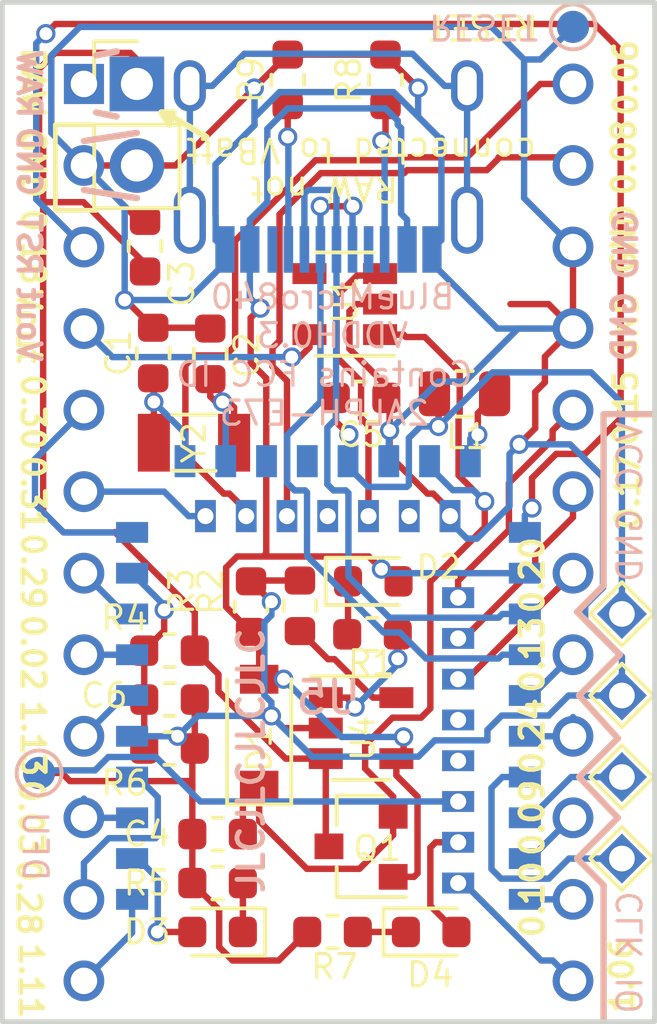
<source format=kicad_pcb>
(kicad_pcb (version 20171130) (host pcbnew "(5.0.0)")

  (general
    (thickness 1.6)
    (drawings 38)
    (tracks 525)
    (zones 0)
    (modules 36)
    (nets 46)
  )

  (page A4)
  (layers
    (0 F.Cu signal hide)
    (31 B.Cu signal hide)
    (32 B.Adhes user)
    (33 F.Adhes user)
    (34 B.Paste user)
    (35 F.Paste user)
    (36 B.SilkS user)
    (37 F.SilkS user)
    (38 B.Mask user)
    (39 F.Mask user hide)
    (40 Dwgs.User user hide)
    (41 Cmts.User user hide)
    (42 Eco1.User user hide)
    (43 Eco2.User user hide)
    (44 Edge.Cuts user)
    (45 Margin user hide)
    (46 B.CrtYd user)
    (47 F.CrtYd user hide)
    (48 B.Fab user hide)
    (49 F.Fab user hide)
  )

  (setup
    (last_trace_width 0.2)
    (user_trace_width 0.2)
    (user_trace_width 0.5)
    (trace_clearance 0.2)
    (zone_clearance 0.508)
    (zone_45_only yes)
    (trace_min 0.2)
    (segment_width 0.2)
    (edge_width 0.15)
    (via_size 0.6)
    (via_drill 0.4)
    (via_min_size 0.4)
    (via_min_drill 0.3)
    (uvia_size 0.3)
    (uvia_drill 0.1)
    (uvias_allowed no)
    (uvia_min_size 0.2)
    (uvia_min_drill 0.1)
    (pcb_text_width 0.3)
    (pcb_text_size 1.5 1.5)
    (mod_edge_width 0.15)
    (mod_text_size 1 1)
    (mod_text_width 0.15)
    (pad_size 3.25 3.25)
    (pad_drill 0)
    (pad_to_mask_clearance 0)
    (solder_mask_min_width 0.25)
    (aux_axis_origin 0 0)
    (grid_origin 96.181533 140.292775)
    (visible_elements 7FFFFFFF)
    (pcbplotparams
      (layerselection 0x010fc_ffffffff)
      (usegerberextensions false)
      (usegerberattributes false)
      (usegerberadvancedattributes false)
      (creategerberjobfile false)
      (excludeedgelayer true)
      (linewidth 0.100000)
      (plotframeref false)
      (viasonmask false)
      (mode 1)
      (useauxorigin false)
      (hpglpennumber 1)
      (hpglpenspeed 20)
      (hpglpendiameter 15.000000)
      (psnegative false)
      (psa4output false)
      (plotreference true)
      (plotvalue true)
      (plotinvisibletext false)
      (padsonsilk false)
      (subtractmaskfromsilk false)
      (outputformat 1)
      (mirror false)
      (drillshape 0)
      (scaleselection 1)
      (outputdirectory "gerber/"))
  )

  (net 0 "")
  (net 1 GND)
  (net 2 "Net-(C1-Pad1)")
  (net 3 VCC)
  (net 4 SWDIO)
  (net 5 RESET)
  (net 6 RXD)
  (net 7 TXD)
  (net 8 /P0.02)
  (net 9 /P0.29)
  (net 10 /P0.30)
  (net 11 /P0.31)
  (net 12 /P0.10)
  (net 13 /P0.09)
  (net 14 SWCLK)
  (net 15 VBUS)
  (net 16 "Net-(C2-Pad2)")
  (net 17 "Net-(L1-Pad1)")
  (net 18 VBAT)
  (net 19 DATA+)
  (net 20 DATA-)
  (net 21 /P1.13)
  (net 22 /P1.11)
  (net 23 /P0.20)
  (net 24 /P1.06)
  (net 25 /P0.26)
  (net 26 /P0.13)
  (net 27 /P0.15)
  (net 28 "Net-(R1-Pad2)")
  (net 29 "Net-(R2-Pad1)")
  (net 30 "Net-(D2-Pad1)")
  (net 31 /P0.17)
  (net 32 DFU)
  (net 33 /P0.24)
  (net 34 BLUE_LED)
  (net 35 "Net-(D3-Pad1)")
  (net 36 /P0.03)
  (net 37 /P0.28)
  (net 38 "Net-(D4-Pad1)")
  (net 39 RED_LED)
  (net 40 "Net-(J3-PadS1)")
  (net 41 "Net-(J3-PadA5)")
  (net 42 "Net-(J3-PadB5)")
  (net 43 Vin)
  (net 44 Venable)
  (net 45 Vout)

  (net_class Default "This is the default net class."
    (clearance 0.2)
    (trace_width 0.2)
    (via_dia 0.6)
    (via_drill 0.4)
    (uvia_dia 0.3)
    (uvia_drill 0.1)
    (add_net /P0.02)
    (add_net /P0.03)
    (add_net /P0.09)
    (add_net /P0.10)
    (add_net /P0.13)
    (add_net /P0.15)
    (add_net /P0.17)
    (add_net /P0.20)
    (add_net /P0.24)
    (add_net /P0.26)
    (add_net /P0.28)
    (add_net /P0.29)
    (add_net /P0.30)
    (add_net /P0.31)
    (add_net /P1.06)
    (add_net /P1.11)
    (add_net /P1.13)
    (add_net BLUE_LED)
    (add_net DATA+)
    (add_net DATA-)
    (add_net DFU)
    (add_net GND)
    (add_net "Net-(C1-Pad1)")
    (add_net "Net-(C2-Pad2)")
    (add_net "Net-(D2-Pad1)")
    (add_net "Net-(D3-Pad1)")
    (add_net "Net-(D4-Pad1)")
    (add_net "Net-(J3-PadA5)")
    (add_net "Net-(J3-PadB5)")
    (add_net "Net-(J3-PadS1)")
    (add_net "Net-(L1-Pad1)")
    (add_net "Net-(R1-Pad2)")
    (add_net "Net-(R2-Pad1)")
    (add_net RED_LED)
    (add_net RESET)
    (add_net RXD)
    (add_net SWCLK)
    (add_net SWDIO)
    (add_net TXD)
    (add_net VBAT)
    (add_net VBUS)
    (add_net VCC)
    (add_net Venable)
    (add_net Vin)
    (add_net Vout)
  )

  (net_class Power ""
    (clearance 0.2)
    (trace_width 0.5)
    (via_dia 0.6)
    (via_drill 0.4)
    (uvia_dia 0.3)
    (uvia_drill 0.1)
  )

  (module nrfmicro:E73-2G4M08S1C-52840 (layer B.Cu) (tedit 5E9502C2) (tstamp 5C6ECCBA)
    (at 103.801533 123.722775 270)
    (path /5C7001D3)
    (fp_text reference U5 (at 7.746775 0.000467) (layer B.SilkS)
      (effects (font (size 1 1) (thickness 0.15)) (justify mirror))
    )
    (fp_text value E73-2G4M08S1C-52840 (at 9.778775 0.635467) (layer B.Fab) hide
      (effects (font (size 1 1) (thickness 0.15)) (justify mirror))
    )
    (fp_line (start -0.127 6.604) (end -0.127 -6.604) (layer B.Fab) (width 0.15))
    (fp_line (start -0.127 -6.604) (end 18.034 -6.604) (layer B.Fab) (width 0.15))
    (fp_line (start 18.034 -6.604) (end 18.034 6.604) (layer B.Fab) (width 0.15))
    (fp_line (start 18.034 6.604) (end -0.127 6.604) (layer B.Fab) (width 0.15))
    (fp_text user E73-2G4M08S1C (at 9.458 3.81 270) (layer B.SilkS) hide
      (effects (font (size 1 1) (thickness 0.15)) (justify mirror))
    )
    (pad 28 thru_hole rect (at 4.632 -4.041 270) (size 0.65 1) (drill 0.5) (layers *.Cu *.Mask)
      (net 27 /P0.15))
    (pad 10 smd rect (at 2.6 6.119 270) (size 0.65 1) (layers B.Cu B.Paste B.Mask)
      (net 10 /P0.30))
    (pad 9 smd rect (at 3.87 6.119 270) (size 0.65 1) (layers B.Cu B.Paste B.Mask)
      (net 11 /P0.31))
    (pad 8 smd rect (at 5.14 6.119 270) (size 0.65 1) (layers B.Cu B.Paste B.Mask)
      (net 9 /P0.29))
    (pad 7 smd rect (at 6.41 6.119 270) (size 0.65 1) (layers B.Cu B.Paste B.Mask)
      (net 8 /P0.02))
    (pad 6 smd rect (at 7.68 6.119 270) (size 0.65 1) (layers B.Cu B.Paste B.Mask)
      (net 21 /P1.13))
    (pad 5 smd rect (at 8.95 6.119 270) (size 0.65 1) (layers B.Cu B.Paste B.Mask)
      (net 1 GND))
    (pad 4 smd rect (at 10.22 6.119 270) (size 0.65 1) (layers B.Cu B.Paste B.Mask)
      (net 37 /P0.28))
    (pad 3 smd rect (at 11.49 6.119 270) (size 0.65 1) (layers B.Cu B.Paste B.Mask)
      (net 36 /P0.03))
    (pad 2 smd rect (at 12.76 6.119 270) (size 0.65 1) (layers B.Cu B.Paste B.Mask)
      (net 34 BLUE_LED))
    (pad 1 smd rect (at 14.03 6.119 270) (size 0.65 1) (layers B.Cu B.Paste B.Mask)
      (net 22 /P1.11))
    (pad 31 smd rect (at 6.41 -6.119 270) (size 0.65 1) (layers B.Cu B.Paste B.Mask)
      (net 19 DATA+))
    (pad 43 smd rect (at 14.03 -6.119 270) (size 0.65 1) (layers B.Cu B.Paste B.Mask)
      (net 12 /P0.10))
    (pad 33 smd rect (at 7.68 -6.119 270) (size 0.65 1) (layers B.Cu B.Paste B.Mask)
      (net 26 /P0.13))
    (pad 41 smd rect (at 12.76 -6.119 270) (size 0.65 1) (layers B.Cu B.Paste B.Mask)
      (net 13 /P0.09))
    (pad 39 smd rect (at 11.49 -6.119 270) (size 0.65 1) (layers B.Cu B.Paste B.Mask)
      (net 14 SWCLK))
    (pad 37 smd rect (at 10.22 -6.119 270) (size 0.65 1) (layers B.Cu B.Paste B.Mask)
      (net 4 SWDIO))
    (pad 29 smd rect (at 5.14 -6.119 270) (size 0.65 1) (layers B.Cu B.Paste B.Mask)
      (net 20 DATA-))
    (pad 35 smd rect (at 8.95 -6.119 270) (size 0.65 1) (layers B.Cu B.Paste B.Mask)
      (net 33 /P0.24))
    (pad 27 smd rect (at 3.87 -6.119 270) (size 0.65 1) (layers B.Cu B.Paste B.Mask)
      (net 15 VBUS))
    (pad 26 smd rect (at 2.6 -6.119 270) (size 0.65 1) (layers B.Cu B.Paste B.Mask)
      (net 5 RESET))
    (pad 23 smd rect (at 0.381 -3.15 180) (size 0.65 1) (layers B.Cu B.Paste B.Mask)
      (net 43 Vin))
    (pad 11 smd rect (at 0.381 4.47 180) (size 0.65 1) (layers B.Cu B.Paste B.Mask)
      (net 2 "Net-(C1-Pad1)"))
    (pad 21 smd rect (at 0.381 -1.88 180) (size 0.65 1) (layers B.Cu B.Paste B.Mask)
      (net 1 GND))
    (pad 13 smd rect (at 0.381 3.2 180) (size 0.65 1) (layers B.Cu B.Paste B.Mask)
      (net 16 "Net-(C2-Pad2)"))
    (pad 15 smd rect (at 0.381 1.93 180) (size 0.65 1) (layers B.Cu B.Paste B.Mask))
    (pad 17 smd rect (at 0.381 0.66 180) (size 0.65 1) (layers B.Cu B.Paste B.Mask))
    (pad 25 smd rect (at 0.381 -4.42 180) (size 0.65 1) (layers B.Cu B.Paste B.Mask)
      (net 17 "Net-(L1-Pad1)"))
    (pad 19 smd rect (at 0.381 -0.61 180) (size 0.65 1) (layers B.Cu B.Paste B.Mask)
      (net 3 VCC))
    (pad 30 thru_hole rect (at 5.902 -4.041 270) (size 0.65 1) (drill 0.5) (layers *.Cu *.Mask)
      (net 31 /P0.17))
    (pad 32 thru_hole rect (at 7.172 -4.041 270) (size 0.65 1) (drill 0.5) (layers *.Cu *.Mask)
      (net 23 /P0.20))
    (pad 34 thru_hole rect (at 8.442 -4.041 270) (size 0.65 1) (drill 0.5) (layers *.Cu *.Mask))
    (pad 36 thru_hole rect (at 9.712 -4.041 270) (size 0.65 1) (drill 0.5) (layers *.Cu *.Mask))
    (pad 38 thru_hole rect (at 10.982 -4.041 270) (size 0.65 1) (drill 0.5) (layers *.Cu *.Mask)
      (net 32 DFU))
    (pad 40 thru_hole rect (at 12.252 -4.041 270) (size 0.65 1) (drill 0.5) (layers *.Cu *.Mask)
      (net 39 RED_LED))
    (pad 42 thru_hole rect (at 13.522 -4.041 270) (size 0.65 1) (drill 0.5) (layers *.Cu *.Mask)
      (net 24 /P1.06))
    (pad 14 thru_hole rect (at 2.092 2.563 180) (size 0.65 1) (drill 0.5) (layers *.Cu *.Mask)
      (net 7 TXD))
    (pad 12 thru_hole rect (at 2.092 3.833 180) (size 0.65 1) (drill 0.5) (layers *.Cu *.Mask)
      (net 25 /P0.26))
    (pad 20 thru_hole rect (at 2.092 -1.247 180) (size 0.65 1) (drill 0.5) (layers *.Cu *.Mask)
      (net 44 Venable))
    (pad 16 thru_hole rect (at 2.092 1.293 180) (size 0.65 1) (drill 0.5) (layers *.Cu *.Mask)
      (net 6 RXD))
    (pad 22 thru_hole rect (at 2.092 -2.517 180) (size 0.65 1) (drill 0.5) (layers *.Cu *.Mask))
    (pad 24 thru_hole rect (at 2.092 -3.787 180) (size 0.65 1) (drill 0.5) (layers *.Cu *.Mask)
      (net 1 GND))
    (pad 18 thru_hole rect (at 2.092 0.023 180) (size 0.65 1) (drill 0.5) (layers *.Cu *.Mask))
  )

  (module LED_SMD:LED_0603_1608Metric (layer F.Cu) (tedit 5CAD6F1D) (tstamp 5C71A0D8)
    (at 100.347033 138.768775 180)
    (descr "LED SMD 0603 (1608 Metric), square (rectangular) end terminal, IPC_7351 nominal, (Body size source: http://www.tortai-tech.com/upload/download/2011102023233369053.pdf), generated with kicad-footprint-generator")
    (tags diode)
    (path /5C7545DA)
    (attr smd)
    (fp_text reference D3 (at 2.197 0 180) (layer F.SilkS)
      (effects (font (size 0.75 0.75) (thickness 0.1)))
    )
    (fp_text value 19-217/BHC-ZL1M2RY/3T (at 0 1.43 180) (layer F.Fab)
      (effects (font (size 1 1) (thickness 0.15)))
    )
    (fp_line (start 0.8 -0.4) (end -0.5 -0.4) (layer F.Fab) (width 0.1))
    (fp_line (start -0.5 -0.4) (end -0.8 -0.1) (layer F.Fab) (width 0.1))
    (fp_line (start -0.8 -0.1) (end -0.8 0.4) (layer F.Fab) (width 0.1))
    (fp_line (start -0.8 0.4) (end 0.8 0.4) (layer F.Fab) (width 0.1))
    (fp_line (start 0.8 0.4) (end 0.8 -0.4) (layer F.Fab) (width 0.1))
    (fp_line (start 0.8 -0.735) (end -1.485 -0.735) (layer F.SilkS) (width 0.12))
    (fp_line (start -1.485 -0.735) (end -1.485 0.735) (layer F.SilkS) (width 0.12))
    (fp_line (start -1.485 0.735) (end 0.8 0.735) (layer F.SilkS) (width 0.12))
    (fp_line (start -1.48 0.73) (end -1.48 -0.73) (layer F.CrtYd) (width 0.05))
    (fp_line (start -1.48 -0.73) (end 1.48 -0.73) (layer F.CrtYd) (width 0.05))
    (fp_line (start 1.48 -0.73) (end 1.48 0.73) (layer F.CrtYd) (width 0.05))
    (fp_line (start 1.48 0.73) (end -1.48 0.73) (layer F.CrtYd) (width 0.05))
    (fp_text user %R (at 0 0 180) (layer F.Fab)
      (effects (font (size 0.4 0.4) (thickness 0.06)))
    )
    (pad 1 smd roundrect (at -0.7875 0 180) (size 0.875 0.95) (layers F.Cu F.Paste F.Mask) (roundrect_rratio 0.25)
      (net 35 "Net-(D3-Pad1)"))
    (pad 2 smd roundrect (at 0.7875 0 180) (size 0.875 0.95) (layers F.Cu F.Paste F.Mask) (roundrect_rratio 0.25)
      (net 34 BLUE_LED))
    (model ${KISYS3DMOD}/LED_SMD.3dshapes/LED_0603_1608Metric.wrl
      (at (xyz 0 0 0))
      (scale (xyz 1 1 1))
      (rotate (xyz 0 0 0))
    )
  )

  (module LED_SMD:LED_0603_1608Metric (layer F.Cu) (tedit 5CAD6FA4) (tstamp 5C711F3F)
    (at 105.198533 127.846775)
    (descr "LED SMD 0603 (1608 Metric), square (rectangular) end terminal, IPC_7351 nominal, (Body size source: http://www.tortai-tech.com/upload/download/2011102023233369053.pdf), generated with kicad-footprint-generator")
    (tags diode)
    (path /5C7015F2)
    (attr smd)
    (fp_text reference D2 (at 2.032 -0.4445 -180) (layer F.SilkS)
      (effects (font (size 0.7 0.7) (thickness 0.1)))
    )
    (fp_text value 19-217/GHC-YR1S2/3T (at 0 1.43) (layer F.Fab)
      (effects (font (size 1 1) (thickness 0.15)))
    )
    (fp_line (start 0.8 -0.4) (end -0.5 -0.4) (layer F.Fab) (width 0.1))
    (fp_line (start -0.5 -0.4) (end -0.8 -0.1) (layer F.Fab) (width 0.1))
    (fp_line (start -0.8 -0.1) (end -0.8 0.4) (layer F.Fab) (width 0.1))
    (fp_line (start -0.8 0.4) (end 0.8 0.4) (layer F.Fab) (width 0.1))
    (fp_line (start 0.8 0.4) (end 0.8 -0.4) (layer F.Fab) (width 0.1))
    (fp_line (start 0.8 -0.735) (end -1.485 -0.735) (layer F.SilkS) (width 0.12))
    (fp_line (start -1.485 -0.735) (end -1.485 0.735) (layer F.SilkS) (width 0.12))
    (fp_line (start -1.485 0.735) (end 0.8 0.735) (layer F.SilkS) (width 0.12))
    (fp_line (start -1.48 0.73) (end -1.48 -0.73) (layer F.CrtYd) (width 0.05))
    (fp_line (start -1.48 -0.73) (end 1.48 -0.73) (layer F.CrtYd) (width 0.05))
    (fp_line (start 1.48 -0.73) (end 1.48 0.73) (layer F.CrtYd) (width 0.05))
    (fp_line (start 1.48 0.73) (end -1.48 0.73) (layer F.CrtYd) (width 0.05))
    (fp_text user %R (at 0 0) (layer F.Fab)
      (effects (font (size 0.4 0.4) (thickness 0.06)))
    )
    (pad 1 smd roundrect (at -0.7875 0) (size 0.875 0.95) (layers F.Cu F.Paste F.Mask) (roundrect_rratio 0.25)
      (net 30 "Net-(D2-Pad1)"))
    (pad 2 smd roundrect (at 0.7875 0) (size 0.875 0.95) (layers F.Cu F.Paste F.Mask) (roundrect_rratio 0.25)
      (net 15 VBUS))
    (model ${KISYS3DMOD}/LED_SMD.3dshapes/LED_0603_1608Metric.wrl
      (at (xyz 0 0 0))
      (scale (xyz 1 1 1))
      (rotate (xyz 0 0 0))
    )
  )

  (module Crystal:Crystal_SMD_3215-2Pin_3.2x1.5mm (layer F.Cu) (tedit 5DBF46FD) (tstamp 5C72EBCC)
    (at 99.610533 123.528775 180)
    (descr "SMD Crystal FC-135 https://support.epson.biz/td/api/doc_check.php?dl=brief_FC-135R_en.pdf")
    (tags "SMD SMT Crystal")
    (path /5C74A6AB)
    (attr smd)
    (fp_text reference Y2 (at 0 0 90) (layer F.SilkS)
      (effects (font (size 0.7 0.7) (thickness 0.1)))
    )
    (fp_text value 32,768 (at 0 2 180) (layer F.Fab)
      (effects (font (size 1 1) (thickness 0.15)))
    )
    (fp_text user %R (at 0 -2 180) (layer F.Fab)
      (effects (font (size 1 1) (thickness 0.15)))
    )
    (fp_line (start -2 -1.15) (end 2 -1.15) (layer F.CrtYd) (width 0.05))
    (fp_line (start -1.6 -0.75) (end -1.6 0.75) (layer F.Fab) (width 0.1))
    (fp_line (start -0.675 0.875) (end 0.675 0.875) (layer F.SilkS) (width 0.12))
    (fp_line (start -0.675 -0.875) (end 0.675 -0.875) (layer F.SilkS) (width 0.12))
    (fp_line (start 1.6 -0.75) (end 1.6 0.75) (layer F.Fab) (width 0.1))
    (fp_line (start -1.6 -0.75) (end 1.6 -0.75) (layer F.Fab) (width 0.1))
    (fp_line (start -1.6 0.75) (end 1.6 0.75) (layer F.Fab) (width 0.1))
    (fp_line (start -2 1.15) (end 2 1.15) (layer F.CrtYd) (width 0.05))
    (fp_line (start -2 -1.15) (end -2 1.15) (layer F.CrtYd) (width 0.05))
    (fp_line (start 2 -1.15) (end 2 1.15) (layer F.CrtYd) (width 0.05))
    (pad 1 smd rect (at 1.25 0 180) (size 1 1.8) (layers F.Cu F.Paste F.Mask)
      (net 2 "Net-(C1-Pad1)"))
    (pad 2 smd rect (at -1.25 0 180) (size 1 1.8) (layers F.Cu F.Paste F.Mask)
      (net 16 "Net-(C2-Pad2)"))
    (model ${KISYS3DMOD}/Crystal.3dshapes/Crystal_SMD_3225-4Pin_3.2x2.5mm.step
      (at (xyz 0 0 0))
      (scale (xyz 1 1 1))
      (rotate (xyz 0 0 0))
    )
  )

  (module Package_TO_SOT_SMD:SOT-23-5 (layer F.Cu) (tedit 5DBF44EA) (tstamp 5C6EC9A9)
    (at 104.817533 132.418775)
    (descr "5-pin SOT23 package")
    (tags SOT-23-5)
    (path /5D7EA888)
    (attr smd)
    (fp_text reference U4 (at 0.0635 0.3175 90) (layer F.SilkS)
      (effects (font (size 0.7 0.7) (thickness 0.1)))
    )
    (fp_text value TP4054ST (at 0 2.9) (layer F.Fab)
      (effects (font (size 1 1) (thickness 0.15)))
    )
    (fp_text user %R (at 0 0 90) (layer F.Fab)
      (effects (font (size 0.5 0.5) (thickness 0.075)))
    )
    (fp_line (start -0.9 1.61) (end 0.9 1.61) (layer F.SilkS) (width 0.12))
    (fp_line (start 0.9 -1.61) (end -1.55 -1.61) (layer F.SilkS) (width 0.12))
    (fp_line (start -1.9 -1.8) (end 1.9 -1.8) (layer F.CrtYd) (width 0.05))
    (fp_line (start 1.9 -1.8) (end 1.9 1.8) (layer F.CrtYd) (width 0.05))
    (fp_line (start 1.9 1.8) (end -1.9 1.8) (layer F.CrtYd) (width 0.05))
    (fp_line (start -1.9 1.8) (end -1.9 -1.8) (layer F.CrtYd) (width 0.05))
    (fp_line (start -0.9 -0.9) (end -0.25 -1.55) (layer F.Fab) (width 0.1))
    (fp_line (start 0.9 -1.55) (end -0.25 -1.55) (layer F.Fab) (width 0.1))
    (fp_line (start -0.9 -0.9) (end -0.9 1.55) (layer F.Fab) (width 0.1))
    (fp_line (start 0.9 1.55) (end -0.9 1.55) (layer F.Fab) (width 0.1))
    (fp_line (start 0.9 -1.55) (end 0.9 1.55) (layer F.Fab) (width 0.1))
    (pad 1 smd rect (at -1.1 -0.95) (size 1.06 0.65) (layers F.Cu F.Paste F.Mask)
      (net 28 "Net-(R1-Pad2)"))
    (pad 2 smd rect (at -1.1 0) (size 1.06 0.65) (layers F.Cu F.Paste F.Mask)
      (net 1 GND))
    (pad 3 smd rect (at -1.1 0.95) (size 1.06 0.65) (layers F.Cu F.Paste F.Mask)
      (net 18 VBAT))
    (pad 4 smd rect (at 1.1 0.95) (size 1.06 0.65) (layers F.Cu F.Paste F.Mask)
      (net 15 VBUS))
    (pad 5 smd rect (at 1.1 -0.95) (size 1.06 0.65) (layers F.Cu F.Paste F.Mask)
      (net 29 "Net-(R2-Pad1)"))
    (model ${KISYS3DMOD}/Package_TO_SOT_SMD.3dshapes/SOT-23-5.wrl
      (at (xyz 0 0 0))
      (scale (xyz 1 1 1))
      (rotate (xyz 0 0 0))
    )
  )

  (module LED_SMD:LED_0603_1608Metric (layer F.Cu) (tedit 5CAD6F13) (tstamp 5CDB8631)
    (at 107.002034 138.768775)
    (descr "LED SMD 0603 (1608 Metric), square (rectangular) end terminal, IPC_7351 nominal, (Body size source: http://www.tortai-tech.com/upload/download/2011102023233369053.pdf), generated with kicad-footprint-generator")
    (tags diode)
    (path /5D834AF2)
    (attr smd)
    (fp_text reference D4 (at -0.025501 1.3335 180) (layer F.SilkS)
      (effects (font (size 0.75 0.75) (thickness 0.1)))
    )
    (fp_text value KT-0603R (at 0 1.43) (layer F.Fab)
      (effects (font (size 1 1) (thickness 0.15)))
    )
    (fp_line (start 0.8 -0.4) (end -0.5 -0.4) (layer F.Fab) (width 0.1))
    (fp_line (start -0.5 -0.4) (end -0.8 -0.1) (layer F.Fab) (width 0.1))
    (fp_line (start -0.8 -0.1) (end -0.8 0.4) (layer F.Fab) (width 0.1))
    (fp_line (start -0.8 0.4) (end 0.8 0.4) (layer F.Fab) (width 0.1))
    (fp_line (start 0.8 0.4) (end 0.8 -0.4) (layer F.Fab) (width 0.1))
    (fp_line (start 0.8 -0.735) (end -1.485 -0.735) (layer F.SilkS) (width 0.12))
    (fp_line (start -1.485 -0.735) (end -1.485 0.735) (layer F.SilkS) (width 0.12))
    (fp_line (start -1.485 0.735) (end 0.8 0.735) (layer F.SilkS) (width 0.12))
    (fp_line (start -1.48 0.73) (end -1.48 -0.73) (layer F.CrtYd) (width 0.05))
    (fp_line (start -1.48 -0.73) (end 1.48 -0.73) (layer F.CrtYd) (width 0.05))
    (fp_line (start 1.48 -0.73) (end 1.48 0.73) (layer F.CrtYd) (width 0.05))
    (fp_line (start 1.48 0.73) (end -1.48 0.73) (layer F.CrtYd) (width 0.05))
    (fp_text user %R (at 0 0) (layer F.Fab)
      (effects (font (size 0.4 0.4) (thickness 0.06)))
    )
    (pad 1 smd roundrect (at -0.7875 0) (size 0.875 0.95) (layers F.Cu F.Paste F.Mask) (roundrect_rratio 0.25)
      (net 38 "Net-(D4-Pad1)"))
    (pad 2 smd roundrect (at 0.7875 0) (size 0.875 0.95) (layers F.Cu F.Paste F.Mask) (roundrect_rratio 0.25)
      (net 39 RED_LED))
    (model ${KISYS3DMOD}/LED_SMD.3dshapes/LED_0603_1608Metric.wrl
      (at (xyz 0 0 0))
      (scale (xyz 1 1 1))
      (rotate (xyz 0 0 0))
    )
  )

  (module Capacitor_SMD:C_0603_1608Metric (layer F.Cu) (tedit 5DBF4547) (tstamp 5D837ADF)
    (at 98.340533 120.734775 90)
    (descr "Capacitor SMD 0603 (1608 Metric), square (rectangular) end terminal, IPC_7351 nominal, (Body size source: http://www.tortai-tech.com/upload/download/2011102023233369053.pdf), generated with kicad-footprint-generator")
    (tags capacitor)
    (path /5C7379E0)
    (attr smd)
    (fp_text reference C1 (at 0 -1.0795 90) (layer F.SilkS)
      (effects (font (size 0.75 0.75) (thickness 0.1)))
    )
    (fp_text value 22pF (at 0 1.43 90) (layer F.Fab)
      (effects (font (size 1 1) (thickness 0.15)))
    )
    (fp_line (start -0.8 0.4) (end -0.8 -0.4) (layer F.Fab) (width 0.1))
    (fp_line (start -0.8 -0.4) (end 0.8 -0.4) (layer F.Fab) (width 0.1))
    (fp_line (start 0.8 -0.4) (end 0.8 0.4) (layer F.Fab) (width 0.1))
    (fp_line (start 0.8 0.4) (end -0.8 0.4) (layer F.Fab) (width 0.1))
    (fp_line (start -0.162779 -0.51) (end 0.162779 -0.51) (layer F.SilkS) (width 0.12))
    (fp_line (start -0.162779 0.51) (end 0.162779 0.51) (layer F.SilkS) (width 0.12))
    (fp_line (start -1.48 0.73) (end -1.48 -0.73) (layer F.CrtYd) (width 0.05))
    (fp_line (start -1.48 -0.73) (end 1.48 -0.73) (layer F.CrtYd) (width 0.05))
    (fp_line (start 1.48 -0.73) (end 1.48 0.73) (layer F.CrtYd) (width 0.05))
    (fp_line (start 1.48 0.73) (end -1.48 0.73) (layer F.CrtYd) (width 0.05))
    (fp_text user %R (at 0 0 90) (layer F.Fab)
      (effects (font (size 0.4 0.4) (thickness 0.06)))
    )
    (pad 1 smd roundrect (at -0.7875 0 90) (size 0.875 0.95) (layers F.Cu F.Paste F.Mask) (roundrect_rratio 0.25)
      (net 2 "Net-(C1-Pad1)"))
    (pad 2 smd roundrect (at 0.7875 0 90) (size 0.875 0.95) (layers F.Cu F.Paste F.Mask) (roundrect_rratio 0.25)
      (net 1 GND))
    (model ${KISYS3DMOD}/Capacitor_SMD.3dshapes/C_0603_1608Metric.wrl
      (at (xyz 0 0 0))
      (scale (xyz 1 1 1))
      (rotate (xyz 0 0 0))
    )
  )

  (module Capacitor_SMD:C_0603_1608Metric (layer F.Cu) (tedit 5DBF4557) (tstamp 5D837AEF)
    (at 100.118533 120.760276 270)
    (descr "Capacitor SMD 0603 (1608 Metric), square (rectangular) end terminal, IPC_7351 nominal, (Body size source: http://www.tortai-tech.com/upload/download/2011102023233369053.pdf), generated with kicad-footprint-generator")
    (tags capacitor)
    (path /5C73DD8F)
    (attr smd)
    (fp_text reference C2 (at 0.037999 -1.143 270) (layer F.SilkS)
      (effects (font (size 0.75 0.75) (thickness 0.1)))
    )
    (fp_text value 22pF (at 0 1.43 270) (layer F.Fab)
      (effects (font (size 1 1) (thickness 0.15)))
    )
    (fp_line (start -0.8 0.4) (end -0.8 -0.4) (layer F.Fab) (width 0.1))
    (fp_line (start -0.8 -0.4) (end 0.8 -0.4) (layer F.Fab) (width 0.1))
    (fp_line (start 0.8 -0.4) (end 0.8 0.4) (layer F.Fab) (width 0.1))
    (fp_line (start 0.8 0.4) (end -0.8 0.4) (layer F.Fab) (width 0.1))
    (fp_line (start -0.162779 -0.51) (end 0.162779 -0.51) (layer F.SilkS) (width 0.12))
    (fp_line (start -0.162779 0.51) (end 0.162779 0.51) (layer F.SilkS) (width 0.12))
    (fp_line (start -1.48 0.73) (end -1.48 -0.73) (layer F.CrtYd) (width 0.05))
    (fp_line (start -1.48 -0.73) (end 1.48 -0.73) (layer F.CrtYd) (width 0.05))
    (fp_line (start 1.48 -0.73) (end 1.48 0.73) (layer F.CrtYd) (width 0.05))
    (fp_line (start 1.48 0.73) (end -1.48 0.73) (layer F.CrtYd) (width 0.05))
    (fp_text user %R (at 0 0 270) (layer F.Fab)
      (effects (font (size 0.4 0.4) (thickness 0.06)))
    )
    (pad 1 smd roundrect (at -0.7875 0 270) (size 0.875 0.95) (layers F.Cu F.Paste F.Mask) (roundrect_rratio 0.25)
      (net 1 GND))
    (pad 2 smd roundrect (at 0.7875 0 270) (size 0.875 0.95) (layers F.Cu F.Paste F.Mask) (roundrect_rratio 0.25)
      (net 16 "Net-(C2-Pad2)"))
    (model ${KISYS3DMOD}/Capacitor_SMD.3dshapes/C_0603_1608Metric.wrl
      (at (xyz 0 0 0))
      (scale (xyz 1 1 1))
      (rotate (xyz 0 0 0))
    )
  )

  (module Capacitor_SMD:C_0603_1608Metric (layer F.Cu) (tedit 5DBF457A) (tstamp 5D837AFF)
    (at 98.086533 117.407275 90)
    (descr "Capacitor SMD 0603 (1608 Metric), square (rectangular) end terminal, IPC_7351 nominal, (Body size source: http://www.tortai-tech.com/upload/download/2011102023233369053.pdf), generated with kicad-footprint-generator")
    (tags capacitor)
    (path /5C70161B)
    (attr smd)
    (fp_text reference C3 (at -1.1685 1.143 90) (layer F.SilkS)
      (effects (font (size 0.75 0.75) (thickness 0.1)))
    )
    (fp_text value 10uF (at 0 1.43 90) (layer F.Fab)
      (effects (font (size 1 1) (thickness 0.15)))
    )
    (fp_line (start -0.8 0.4) (end -0.8 -0.4) (layer F.Fab) (width 0.1))
    (fp_line (start -0.8 -0.4) (end 0.8 -0.4) (layer F.Fab) (width 0.1))
    (fp_line (start 0.8 -0.4) (end 0.8 0.4) (layer F.Fab) (width 0.1))
    (fp_line (start 0.8 0.4) (end -0.8 0.4) (layer F.Fab) (width 0.1))
    (fp_line (start -0.162779 -0.51) (end 0.162779 -0.51) (layer F.SilkS) (width 0.12))
    (fp_line (start -0.162779 0.51) (end 0.162779 0.51) (layer F.SilkS) (width 0.12))
    (fp_line (start -1.48 0.73) (end -1.48 -0.73) (layer F.CrtYd) (width 0.05))
    (fp_line (start -1.48 -0.73) (end 1.48 -0.73) (layer F.CrtYd) (width 0.05))
    (fp_line (start 1.48 -0.73) (end 1.48 0.73) (layer F.CrtYd) (width 0.05))
    (fp_line (start 1.48 0.73) (end -1.48 0.73) (layer F.CrtYd) (width 0.05))
    (fp_text user %R (at 0 0 90) (layer F.Fab)
      (effects (font (size 0.4 0.4) (thickness 0.06)))
    )
    (pad 1 smd roundrect (at -0.7875 0 90) (size 0.875 0.95) (layers F.Cu F.Paste F.Mask) (roundrect_rratio 0.25)
      (net 18 VBAT))
    (pad 2 smd roundrect (at 0.7875 0 90) (size 0.875 0.95) (layers F.Cu F.Paste F.Mask) (roundrect_rratio 0.25)
      (net 1 GND))
    (model ${KISYS3DMOD}/Capacitor_SMD.3dshapes/C_0603_1608Metric.wrl
      (at (xyz 0 0 0))
      (scale (xyz 1 1 1))
      (rotate (xyz 0 0 0))
    )
  )

  (module Capacitor_SMD:C_0603_1608Metric (layer F.Cu) (tedit 5DBF4655) (tstamp 5D837B0F)
    (at 100.347033 135.720775 180)
    (descr "Capacitor SMD 0603 (1608 Metric), square (rectangular) end terminal, IPC_7351 nominal, (Body size source: http://www.tortai-tech.com/upload/download/2011102023233369053.pdf), generated with kicad-footprint-generator")
    (tags capacitor)
    (path /5B158BD8)
    (attr smd)
    (fp_text reference C4 (at 2.197 0 180) (layer F.SilkS)
      (effects (font (size 0.75 0.75) (thickness 0.1)))
    )
    (fp_text value 10uF (at 0 1.43 180) (layer F.Fab)
      (effects (font (size 1 1) (thickness 0.15)))
    )
    (fp_text user %R (at 0 0 180) (layer F.Fab)
      (effects (font (size 0.4 0.4) (thickness 0.06)))
    )
    (fp_line (start 1.48 0.73) (end -1.48 0.73) (layer F.CrtYd) (width 0.05))
    (fp_line (start 1.48 -0.73) (end 1.48 0.73) (layer F.CrtYd) (width 0.05))
    (fp_line (start -1.48 -0.73) (end 1.48 -0.73) (layer F.CrtYd) (width 0.05))
    (fp_line (start -1.48 0.73) (end -1.48 -0.73) (layer F.CrtYd) (width 0.05))
    (fp_line (start -0.162779 0.51) (end 0.162779 0.51) (layer F.SilkS) (width 0.12))
    (fp_line (start -0.162779 -0.51) (end 0.162779 -0.51) (layer F.SilkS) (width 0.12))
    (fp_line (start 0.8 0.4) (end -0.8 0.4) (layer F.Fab) (width 0.1))
    (fp_line (start 0.8 -0.4) (end 0.8 0.4) (layer F.Fab) (width 0.1))
    (fp_line (start -0.8 -0.4) (end 0.8 -0.4) (layer F.Fab) (width 0.1))
    (fp_line (start -0.8 0.4) (end -0.8 -0.4) (layer F.Fab) (width 0.1))
    (pad 2 smd roundrect (at 0.7875 0 180) (size 0.875 0.95) (layers F.Cu F.Paste F.Mask) (roundrect_rratio 0.25)
      (net 1 GND))
    (pad 1 smd roundrect (at -0.7875 0 180) (size 0.875 0.95) (layers F.Cu F.Paste F.Mask) (roundrect_rratio 0.25)
      (net 43 Vin))
    (model ${KISYS3DMOD}/Capacitor_SMD.3dshapes/C_0603_1608Metric.wrl
      (at (xyz 0 0 0))
      (scale (xyz 1 1 1))
      (rotate (xyz 0 0 0))
    )
  )

  (module Capacitor_SMD:C_0603_1608Metric (layer F.Cu) (tedit 5DBF4568) (tstamp 5D837B1F)
    (at 104.817533 122.131775)
    (descr "Capacitor SMD 0603 (1608 Metric), square (rectangular) end terminal, IPC_7351 nominal, (Body size source: http://www.tortai-tech.com/upload/download/2011102023233369053.pdf), generated with kicad-footprint-generator")
    (tags capacitor)
    (path /5CC9355F)
    (attr smd)
    (fp_text reference C5 (at 0 1.143) (layer F.SilkS)
      (effects (font (size 0.75 0.75) (thickness 0.1)))
    )
    (fp_text value 10uF (at 0 1.43) (layer F.Fab)
      (effects (font (size 1 1) (thickness 0.15)))
    )
    (fp_text user %R (at 0 0) (layer F.Fab)
      (effects (font (size 0.4 0.4) (thickness 0.06)))
    )
    (fp_line (start 1.48 0.73) (end -1.48 0.73) (layer F.CrtYd) (width 0.05))
    (fp_line (start 1.48 -0.73) (end 1.48 0.73) (layer F.CrtYd) (width 0.05))
    (fp_line (start -1.48 -0.73) (end 1.48 -0.73) (layer F.CrtYd) (width 0.05))
    (fp_line (start -1.48 0.73) (end -1.48 -0.73) (layer F.CrtYd) (width 0.05))
    (fp_line (start -0.162779 0.51) (end 0.162779 0.51) (layer F.SilkS) (width 0.12))
    (fp_line (start -0.162779 -0.51) (end 0.162779 -0.51) (layer F.SilkS) (width 0.12))
    (fp_line (start 0.8 0.4) (end -0.8 0.4) (layer F.Fab) (width 0.1))
    (fp_line (start 0.8 -0.4) (end 0.8 0.4) (layer F.Fab) (width 0.1))
    (fp_line (start -0.8 -0.4) (end 0.8 -0.4) (layer F.Fab) (width 0.1))
    (fp_line (start -0.8 0.4) (end -0.8 -0.4) (layer F.Fab) (width 0.1))
    (pad 2 smd roundrect (at 0.7875 0) (size 0.875 0.95) (layers F.Cu F.Paste F.Mask) (roundrect_rratio 0.25)
      (net 1 GND))
    (pad 1 smd roundrect (at -0.7875 0) (size 0.875 0.95) (layers F.Cu F.Paste F.Mask) (roundrect_rratio 0.25)
      (net 3 VCC))
    (model ${KISYS3DMOD}/Capacitor_SMD.3dshapes/C_0603_1608Metric.wrl
      (at (xyz 0 0 0))
      (scale (xyz 1 1 1))
      (rotate (xyz 0 0 0))
    )
  )

  (module Capacitor_SMD:C_0603_1608Metric (layer F.Cu) (tedit 5DBF4719) (tstamp 5D837B2F)
    (at 98.848533 131.529775)
    (descr "Capacitor SMD 0603 (1608 Metric), square (rectangular) end terminal, IPC_7351 nominal, (Body size source: http://www.tortai-tech.com/upload/download/2011102023233369053.pdf), generated with kicad-footprint-generator")
    (tags capacitor)
    (path /5D813867)
    (attr smd)
    (fp_text reference C6 (at -2.032 -0.127) (layer F.SilkS)
      (effects (font (size 0.75 0.75) (thickness 0.1)))
    )
    (fp_text value 1nF (at 0 1.43) (layer F.Fab)
      (effects (font (size 1 1) (thickness 0.15)))
    )
    (fp_text user %R (at 0 0) (layer F.Fab)
      (effects (font (size 0.4 0.4) (thickness 0.06)))
    )
    (fp_line (start 1.48 0.73) (end -1.48 0.73) (layer F.CrtYd) (width 0.05))
    (fp_line (start 1.48 -0.73) (end 1.48 0.73) (layer F.CrtYd) (width 0.05))
    (fp_line (start -1.48 -0.73) (end 1.48 -0.73) (layer F.CrtYd) (width 0.05))
    (fp_line (start -1.48 0.73) (end -1.48 -0.73) (layer F.CrtYd) (width 0.05))
    (fp_line (start -0.162779 0.51) (end 0.162779 0.51) (layer F.SilkS) (width 0.12))
    (fp_line (start -0.162779 -0.51) (end 0.162779 -0.51) (layer F.SilkS) (width 0.12))
    (fp_line (start 0.8 0.4) (end -0.8 0.4) (layer F.Fab) (width 0.1))
    (fp_line (start 0.8 -0.4) (end 0.8 0.4) (layer F.Fab) (width 0.1))
    (fp_line (start -0.8 -0.4) (end 0.8 -0.4) (layer F.Fab) (width 0.1))
    (fp_line (start -0.8 0.4) (end -0.8 -0.4) (layer F.Fab) (width 0.1))
    (pad 2 smd roundrect (at 0.7875 0) (size 0.875 0.95) (layers F.Cu F.Paste F.Mask) (roundrect_rratio 0.25)
      (net 1 GND))
    (pad 1 smd roundrect (at -0.7875 0) (size 0.875 0.95) (layers F.Cu F.Paste F.Mask) (roundrect_rratio 0.25)
      (net 11 /P0.31))
    (model ${KISYS3DMOD}/Capacitor_SMD.3dshapes/C_0603_1608Metric.wrl
      (at (xyz 0 0 0))
      (scale (xyz 1 1 1))
      (rotate (xyz 0 0 0))
    )
  )

  (module Resistor_SMD:R_0603_1608Metric (layer F.Cu) (tedit 5DBF4506) (tstamp 5D837B3F)
    (at 105.173033 129.497775)
    (descr "Resistor SMD 0603 (1608 Metric), square (rectangular) end terminal, IPC_7351 nominal, (Body size source: http://www.tortai-tech.com/upload/download/2011102023233369053.pdf), generated with kicad-footprint-generator")
    (tags resistor)
    (path /5C7015F9)
    (attr smd)
    (fp_text reference R1 (at -0.038 0.889) (layer F.SilkS)
      (effects (font (size 0.75 0.75) (thickness 0.1)))
    )
    (fp_text value 1K (at 0 1.43) (layer F.Fab)
      (effects (font (size 1 1) (thickness 0.15)))
    )
    (fp_text user %R (at 0 0) (layer F.Fab)
      (effects (font (size 0.4 0.4) (thickness 0.06)))
    )
    (fp_line (start 1.48 0.73) (end -1.48 0.73) (layer F.CrtYd) (width 0.05))
    (fp_line (start 1.48 -0.73) (end 1.48 0.73) (layer F.CrtYd) (width 0.05))
    (fp_line (start -1.48 -0.73) (end 1.48 -0.73) (layer F.CrtYd) (width 0.05))
    (fp_line (start -1.48 0.73) (end -1.48 -0.73) (layer F.CrtYd) (width 0.05))
    (fp_line (start -0.162779 0.51) (end 0.162779 0.51) (layer F.SilkS) (width 0.12))
    (fp_line (start -0.162779 -0.51) (end 0.162779 -0.51) (layer F.SilkS) (width 0.12))
    (fp_line (start 0.8 0.4) (end -0.8 0.4) (layer F.Fab) (width 0.1))
    (fp_line (start 0.8 -0.4) (end 0.8 0.4) (layer F.Fab) (width 0.1))
    (fp_line (start -0.8 -0.4) (end 0.8 -0.4) (layer F.Fab) (width 0.1))
    (fp_line (start -0.8 0.4) (end -0.8 -0.4) (layer F.Fab) (width 0.1))
    (pad 2 smd roundrect (at 0.7875 0) (size 0.875 0.95) (layers F.Cu F.Paste F.Mask) (roundrect_rratio 0.25)
      (net 28 "Net-(R1-Pad2)"))
    (pad 1 smd roundrect (at -0.7875 0) (size 0.875 0.95) (layers F.Cu F.Paste F.Mask) (roundrect_rratio 0.25)
      (net 30 "Net-(D2-Pad1)"))
    (model ${KISYS3DMOD}/Resistor_SMD.3dshapes/R_0603_1608Metric.wrl
      (at (xyz 0 0 0))
      (scale (xyz 1 1 1))
      (rotate (xyz 0 0 0))
    )
  )

  (module Resistor_SMD:R_0603_1608Metric (layer F.Cu) (tedit 5DBF469E) (tstamp 5D837B4F)
    (at 102.912533 128.608775 90)
    (descr "Resistor SMD 0603 (1608 Metric), square (rectangular) end terminal, IPC_7351 nominal, (Body size source: http://www.tortai-tech.com/upload/download/2011102023233369053.pdf), generated with kicad-footprint-generator")
    (tags resistor)
    (path /5C701629)
    (attr smd)
    (fp_text reference R2 (at 0.4445 -2.794 90) (layer F.SilkS)
      (effects (font (size 0.75 0.75) (thickness 0.1)))
    )
    (fp_text value 10K (at 0 1.43 90) (layer F.Fab)
      (effects (font (size 1 1) (thickness 0.15)))
    )
    (fp_text user %R (at 0 0 90) (layer F.Fab)
      (effects (font (size 0.4 0.4) (thickness 0.06)))
    )
    (fp_line (start 1.48 0.73) (end -1.48 0.73) (layer F.CrtYd) (width 0.05))
    (fp_line (start 1.48 -0.73) (end 1.48 0.73) (layer F.CrtYd) (width 0.05))
    (fp_line (start -1.48 -0.73) (end 1.48 -0.73) (layer F.CrtYd) (width 0.05))
    (fp_line (start -1.48 0.73) (end -1.48 -0.73) (layer F.CrtYd) (width 0.05))
    (fp_line (start -0.162779 0.51) (end 0.162779 0.51) (layer F.SilkS) (width 0.12))
    (fp_line (start -0.162779 -0.51) (end 0.162779 -0.51) (layer F.SilkS) (width 0.12))
    (fp_line (start 0.8 0.4) (end -0.8 0.4) (layer F.Fab) (width 0.1))
    (fp_line (start 0.8 -0.4) (end 0.8 0.4) (layer F.Fab) (width 0.1))
    (fp_line (start -0.8 -0.4) (end 0.8 -0.4) (layer F.Fab) (width 0.1))
    (fp_line (start -0.8 0.4) (end -0.8 -0.4) (layer F.Fab) (width 0.1))
    (pad 2 smd roundrect (at 0.7875 0 90) (size 0.875 0.95) (layers F.Cu F.Paste F.Mask) (roundrect_rratio 0.25)
      (net 1 GND))
    (pad 1 smd roundrect (at -0.7875 0 90) (size 0.875 0.95) (layers F.Cu F.Paste F.Mask) (roundrect_rratio 0.25)
      (net 29 "Net-(R2-Pad1)"))
    (model ${KISYS3DMOD}/Resistor_SMD.3dshapes/R_0603_1608Metric.wrl
      (at (xyz 0 0 0))
      (scale (xyz 1 1 1))
      (rotate (xyz 0 0 0))
    )
  )

  (module Resistor_SMD:R_0603_1608Metric (layer F.Cu) (tedit 5DBF46CF) (tstamp 5D837B5F)
    (at 101.388533 128.634281 90)
    (descr "Resistor SMD 0603 (1608 Metric), square (rectangular) end terminal, IPC_7351 nominal, (Body size source: http://www.tortai-tech.com/upload/download/2011102023233369053.pdf), generated with kicad-footprint-generator")
    (tags resistor)
    (path /5B159927)
    (attr smd)
    (fp_text reference R3 (at 0.470006 -2.159 90) (layer F.SilkS)
      (effects (font (size 0.75 0.75) (thickness 0.1)))
    )
    (fp_text value 100K (at 0 1.43 90) (layer F.Fab)
      (effects (font (size 1 1) (thickness 0.15)))
    )
    (fp_line (start -0.8 0.4) (end -0.8 -0.4) (layer F.Fab) (width 0.1))
    (fp_line (start -0.8 -0.4) (end 0.8 -0.4) (layer F.Fab) (width 0.1))
    (fp_line (start 0.8 -0.4) (end 0.8 0.4) (layer F.Fab) (width 0.1))
    (fp_line (start 0.8 0.4) (end -0.8 0.4) (layer F.Fab) (width 0.1))
    (fp_line (start -0.162779 -0.51) (end 0.162779 -0.51) (layer F.SilkS) (width 0.12))
    (fp_line (start -0.162779 0.51) (end 0.162779 0.51) (layer F.SilkS) (width 0.12))
    (fp_line (start -1.48 0.73) (end -1.48 -0.73) (layer F.CrtYd) (width 0.05))
    (fp_line (start -1.48 -0.73) (end 1.48 -0.73) (layer F.CrtYd) (width 0.05))
    (fp_line (start 1.48 -0.73) (end 1.48 0.73) (layer F.CrtYd) (width 0.05))
    (fp_line (start 1.48 0.73) (end -1.48 0.73) (layer F.CrtYd) (width 0.05))
    (fp_text user %R (at 0 0 90) (layer F.Fab)
      (effects (font (size 0.4 0.4) (thickness 0.06)))
    )
    (pad 1 smd roundrect (at -0.7875 0 90) (size 0.875 0.95) (layers F.Cu F.Paste F.Mask) (roundrect_rratio 0.25)
      (net 15 VBUS))
    (pad 2 smd roundrect (at 0.7875 0 90) (size 0.875 0.95) (layers F.Cu F.Paste F.Mask) (roundrect_rratio 0.25)
      (net 1 GND))
    (model ${KISYS3DMOD}/Resistor_SMD.3dshapes/R_0603_1608Metric.wrl
      (at (xyz 0 0 0))
      (scale (xyz 1 1 1))
      (rotate (xyz 0 0 0))
    )
  )

  (module Resistor_SMD:R_0603_1608Metric (layer F.Cu) (tedit 5DBF4742) (tstamp 5D837B6F)
    (at 98.848533 130.005775 180)
    (descr "Resistor SMD 0603 (1608 Metric), square (rectangular) end terminal, IPC_7351 nominal, (Body size source: http://www.tortai-tech.com/upload/download/2011102023233369053.pdf), generated with kicad-footprint-generator")
    (tags resistor)
    (path /5D813913)
    (attr smd)
    (fp_text reference R4 (at 1.397 1.016 180) (layer F.SilkS)
      (effects (font (size 0.75 0.75) (thickness 0.1)))
    )
    (fp_text value 806k (at 0 1.43 180) (layer F.Fab)
      (effects (font (size 1 1) (thickness 0.15)))
    )
    (fp_line (start -0.8 0.4) (end -0.8 -0.4) (layer F.Fab) (width 0.1))
    (fp_line (start -0.8 -0.4) (end 0.8 -0.4) (layer F.Fab) (width 0.1))
    (fp_line (start 0.8 -0.4) (end 0.8 0.4) (layer F.Fab) (width 0.1))
    (fp_line (start 0.8 0.4) (end -0.8 0.4) (layer F.Fab) (width 0.1))
    (fp_line (start -0.162779 -0.51) (end 0.162779 -0.51) (layer F.SilkS) (width 0.12))
    (fp_line (start -0.162779 0.51) (end 0.162779 0.51) (layer F.SilkS) (width 0.12))
    (fp_line (start -1.48 0.73) (end -1.48 -0.73) (layer F.CrtYd) (width 0.05))
    (fp_line (start -1.48 -0.73) (end 1.48 -0.73) (layer F.CrtYd) (width 0.05))
    (fp_line (start 1.48 -0.73) (end 1.48 0.73) (layer F.CrtYd) (width 0.05))
    (fp_line (start 1.48 0.73) (end -1.48 0.73) (layer F.CrtYd) (width 0.05))
    (fp_text user %R (at 0 0 180) (layer F.Fab)
      (effects (font (size 0.4 0.4) (thickness 0.06)))
    )
    (pad 1 smd roundrect (at -0.7875 0 180) (size 0.875 0.95) (layers F.Cu F.Paste F.Mask) (roundrect_rratio 0.25)
      (net 18 VBAT))
    (pad 2 smd roundrect (at 0.7875 0 180) (size 0.875 0.95) (layers F.Cu F.Paste F.Mask) (roundrect_rratio 0.25)
      (net 11 /P0.31))
    (model ${KISYS3DMOD}/Resistor_SMD.3dshapes/R_0603_1608Metric.wrl
      (at (xyz 0 0 0))
      (scale (xyz 1 1 1))
      (rotate (xyz 0 0 0))
    )
  )

  (module Resistor_SMD:R_0603_1608Metric (layer F.Cu) (tedit 5DBF4611) (tstamp 5D837B7F)
    (at 100.347033 137.244775 180)
    (descr "Resistor SMD 0603 (1608 Metric), square (rectangular) end terminal, IPC_7351 nominal, (Body size source: http://www.tortai-tech.com/upload/download/2011102023233369053.pdf), generated with kicad-footprint-generator")
    (tags resistor)
    (path /5C73A719)
    (attr smd)
    (fp_text reference R5 (at 2.197 0 180) (layer F.SilkS)
      (effects (font (size 0.75 0.75) (thickness 0.1)))
    )
    (fp_text value 1K (at 0 1.43 180) (layer F.Fab)
      (effects (font (size 1 1) (thickness 0.15)))
    )
    (fp_text user %R (at 0 0 180) (layer F.Fab)
      (effects (font (size 0.4 0.4) (thickness 0.06)))
    )
    (fp_line (start 1.48 0.73) (end -1.48 0.73) (layer F.CrtYd) (width 0.05))
    (fp_line (start 1.48 -0.73) (end 1.48 0.73) (layer F.CrtYd) (width 0.05))
    (fp_line (start -1.48 -0.73) (end 1.48 -0.73) (layer F.CrtYd) (width 0.05))
    (fp_line (start -1.48 0.73) (end -1.48 -0.73) (layer F.CrtYd) (width 0.05))
    (fp_line (start -0.162779 0.51) (end 0.162779 0.51) (layer F.SilkS) (width 0.12))
    (fp_line (start -0.162779 -0.51) (end 0.162779 -0.51) (layer F.SilkS) (width 0.12))
    (fp_line (start 0.8 0.4) (end -0.8 0.4) (layer F.Fab) (width 0.1))
    (fp_line (start 0.8 -0.4) (end 0.8 0.4) (layer F.Fab) (width 0.1))
    (fp_line (start -0.8 -0.4) (end 0.8 -0.4) (layer F.Fab) (width 0.1))
    (fp_line (start -0.8 0.4) (end -0.8 -0.4) (layer F.Fab) (width 0.1))
    (pad 2 smd roundrect (at 0.7875 0 180) (size 0.875 0.95) (layers F.Cu F.Paste F.Mask) (roundrect_rratio 0.25)
      (net 1 GND))
    (pad 1 smd roundrect (at -0.7875 0 180) (size 0.875 0.95) (layers F.Cu F.Paste F.Mask) (roundrect_rratio 0.25)
      (net 35 "Net-(D3-Pad1)"))
    (model ${KISYS3DMOD}/Resistor_SMD.3dshapes/R_0603_1608Metric.wrl
      (at (xyz 0 0 0))
      (scale (xyz 1 1 1))
      (rotate (xyz 0 0 0))
    )
  )

  (module Resistor_SMD:R_0603_1608Metric (layer F.Cu) (tedit 5DBF4730) (tstamp 5D837B8F)
    (at 98.848533 133.053775)
    (descr "Resistor SMD 0603 (1608 Metric), square (rectangular) end terminal, IPC_7351 nominal, (Body size source: http://www.tortai-tech.com/upload/download/2011102023233369053.pdf), generated with kicad-footprint-generator")
    (tags resistor)
    (path /5D81399D)
    (attr smd)
    (fp_text reference R6 (at -1.397 1.0795) (layer F.SilkS)
      (effects (font (size 0.75 0.75) (thickness 0.1)))
    )
    (fp_text value 2M (at 0 1.43) (layer F.Fab)
      (effects (font (size 1 1) (thickness 0.15)))
    )
    (fp_line (start -0.8 0.4) (end -0.8 -0.4) (layer F.Fab) (width 0.1))
    (fp_line (start -0.8 -0.4) (end 0.8 -0.4) (layer F.Fab) (width 0.1))
    (fp_line (start 0.8 -0.4) (end 0.8 0.4) (layer F.Fab) (width 0.1))
    (fp_line (start 0.8 0.4) (end -0.8 0.4) (layer F.Fab) (width 0.1))
    (fp_line (start -0.162779 -0.51) (end 0.162779 -0.51) (layer F.SilkS) (width 0.12))
    (fp_line (start -0.162779 0.51) (end 0.162779 0.51) (layer F.SilkS) (width 0.12))
    (fp_line (start -1.48 0.73) (end -1.48 -0.73) (layer F.CrtYd) (width 0.05))
    (fp_line (start -1.48 -0.73) (end 1.48 -0.73) (layer F.CrtYd) (width 0.05))
    (fp_line (start 1.48 -0.73) (end 1.48 0.73) (layer F.CrtYd) (width 0.05))
    (fp_line (start 1.48 0.73) (end -1.48 0.73) (layer F.CrtYd) (width 0.05))
    (fp_text user %R (at 0 0) (layer F.Fab)
      (effects (font (size 0.4 0.4) (thickness 0.06)))
    )
    (pad 1 smd roundrect (at -0.7875 0) (size 0.875 0.95) (layers F.Cu F.Paste F.Mask) (roundrect_rratio 0.25)
      (net 11 /P0.31))
    (pad 2 smd roundrect (at 0.7875 0) (size 0.875 0.95) (layers F.Cu F.Paste F.Mask) (roundrect_rratio 0.25)
      (net 1 GND))
    (model ${KISYS3DMOD}/Resistor_SMD.3dshapes/R_0603_1608Metric.wrl
      (at (xyz 0 0 0))
      (scale (xyz 1 1 1))
      (rotate (xyz 0 0 0))
    )
  )

  (module Resistor_SMD:R_0603_1608Metric (layer F.Cu) (tedit 5DBF44BC) (tstamp 5D837B9F)
    (at 103.928533 138.768775 180)
    (descr "Resistor SMD 0603 (1608 Metric), square (rectangular) end terminal, IPC_7351 nominal, (Body size source: http://www.tortai-tech.com/upload/download/2011102023233369053.pdf), generated with kicad-footprint-generator")
    (tags resistor)
    (path /5D834AE6)
    (attr smd)
    (fp_text reference R7 (at -0.0635 -1.0795 180) (layer F.SilkS)
      (effects (font (size 0.75 0.75) (thickness 0.1)))
    )
    (fp_text value 1K (at 0 1.43 180) (layer F.Fab)
      (effects (font (size 1 1) (thickness 0.15)))
    )
    (fp_line (start -0.8 0.4) (end -0.8 -0.4) (layer F.Fab) (width 0.1))
    (fp_line (start -0.8 -0.4) (end 0.8 -0.4) (layer F.Fab) (width 0.1))
    (fp_line (start 0.8 -0.4) (end 0.8 0.4) (layer F.Fab) (width 0.1))
    (fp_line (start 0.8 0.4) (end -0.8 0.4) (layer F.Fab) (width 0.1))
    (fp_line (start -0.162779 -0.51) (end 0.162779 -0.51) (layer F.SilkS) (width 0.12))
    (fp_line (start -0.162779 0.51) (end 0.162779 0.51) (layer F.SilkS) (width 0.12))
    (fp_line (start -1.48 0.73) (end -1.48 -0.73) (layer F.CrtYd) (width 0.05))
    (fp_line (start -1.48 -0.73) (end 1.48 -0.73) (layer F.CrtYd) (width 0.05))
    (fp_line (start 1.48 -0.73) (end 1.48 0.73) (layer F.CrtYd) (width 0.05))
    (fp_line (start 1.48 0.73) (end -1.48 0.73) (layer F.CrtYd) (width 0.05))
    (fp_text user %R (at 0 0 180) (layer F.Fab)
      (effects (font (size 0.4 0.4) (thickness 0.06)))
    )
    (pad 1 smd roundrect (at -0.7875 0 180) (size 0.875 0.95) (layers F.Cu F.Paste F.Mask) (roundrect_rratio 0.25)
      (net 38 "Net-(D4-Pad1)"))
    (pad 2 smd roundrect (at 0.7875 0 180) (size 0.875 0.95) (layers F.Cu F.Paste F.Mask) (roundrect_rratio 0.25)
      (net 1 GND))
    (model ${KISYS3DMOD}/Resistor_SMD.3dshapes/R_0603_1608Metric.wrl
      (at (xyz 0 0 0))
      (scale (xyz 1 1 1))
      (rotate (xyz 0 0 0))
    )
  )

  (module Diode_SMD:D_SOD-123 (layer F.Cu) (tedit 5DBF44A8) (tstamp 5DAB1FA9)
    (at 101.642533 132.546775 90)
    (descr SOD-123)
    (tags SOD-123)
    (path /5B158495)
    (attr smd)
    (fp_text reference D1 (at -0.507 0 90) (layer F.SilkS)
      (effects (font (size 0.75 0.75) (thickness 0.1)))
    )
    (fp_text value B5819W (at 0 2.1 90) (layer F.Fab)
      (effects (font (size 1 1) (thickness 0.15)))
    )
    (fp_text user %R (at 0 -2 90) (layer F.Fab)
      (effects (font (size 1 1) (thickness 0.15)))
    )
    (fp_line (start -2.25 -1) (end -2.25 1) (layer F.SilkS) (width 0.12))
    (fp_line (start 0.25 0) (end 0.75 0) (layer F.Fab) (width 0.1))
    (fp_line (start 0.25 0.4) (end -0.35 0) (layer F.Fab) (width 0.1))
    (fp_line (start 0.25 -0.4) (end 0.25 0.4) (layer F.Fab) (width 0.1))
    (fp_line (start -0.35 0) (end 0.25 -0.4) (layer F.Fab) (width 0.1))
    (fp_line (start -0.35 0) (end -0.35 0.55) (layer F.Fab) (width 0.1))
    (fp_line (start -0.35 0) (end -0.35 -0.55) (layer F.Fab) (width 0.1))
    (fp_line (start -0.75 0) (end -0.35 0) (layer F.Fab) (width 0.1))
    (fp_line (start -1.4 0.9) (end -1.4 -0.9) (layer F.Fab) (width 0.1))
    (fp_line (start 1.4 0.9) (end -1.4 0.9) (layer F.Fab) (width 0.1))
    (fp_line (start 1.4 -0.9) (end 1.4 0.9) (layer F.Fab) (width 0.1))
    (fp_line (start -1.4 -0.9) (end 1.4 -0.9) (layer F.Fab) (width 0.1))
    (fp_line (start -2.35 -1.15) (end 2.35 -1.15) (layer F.CrtYd) (width 0.05))
    (fp_line (start 2.35 -1.15) (end 2.35 1.15) (layer F.CrtYd) (width 0.05))
    (fp_line (start 2.35 1.15) (end -2.35 1.15) (layer F.CrtYd) (width 0.05))
    (fp_line (start -2.35 -1.15) (end -2.35 1.15) (layer F.CrtYd) (width 0.05))
    (fp_line (start -2.25 1) (end 1.65 1) (layer F.SilkS) (width 0.12))
    (fp_line (start -2.25 -1) (end 1.65 -1) (layer F.SilkS) (width 0.12))
    (pad 1 smd rect (at -1.65 0 90) (size 0.9 1.2) (layers F.Cu F.Paste F.Mask)
      (net 43 Vin))
    (pad 2 smd rect (at 1.65 0 90) (size 0.9 1.2) (layers F.Cu F.Paste F.Mask)
      (net 15 VBUS))
    (model ${KISYS3DMOD}/Diode_SMD.3dshapes/D_SOD-123.wrl
      (at (xyz 0 0 0))
      (scale (xyz 1 1 1))
      (rotate (xyz 0 0 0))
    )
  )

  (module Package_TO_SOT_SMD:SOT-23 (layer F.Cu) (tedit 5DBF44E0) (tstamp 5DAB1FD1)
    (at 104.817533 136.101775 180)
    (descr "SOT-23, Standard")
    (tags SOT-23)
    (path /5B1587C5)
    (attr smd)
    (fp_text reference Q1 (at -0.508 -0.0635 180) (layer F.SilkS)
      (effects (font (size 0.75 0.75) (thickness 0.1)))
    )
    (fp_text value SI2301CDS-T1-GE3 (at 0 2.5 180) (layer F.Fab)
      (effects (font (size 1 1) (thickness 0.15)))
    )
    (fp_text user %R (at 0 0 270) (layer F.Fab)
      (effects (font (size 0.5 0.5) (thickness 0.075)))
    )
    (fp_line (start -0.7 -0.95) (end -0.7 1.5) (layer F.Fab) (width 0.1))
    (fp_line (start -0.15 -1.52) (end 0.7 -1.52) (layer F.Fab) (width 0.1))
    (fp_line (start -0.7 -0.95) (end -0.15 -1.52) (layer F.Fab) (width 0.1))
    (fp_line (start 0.7 -1.52) (end 0.7 1.52) (layer F.Fab) (width 0.1))
    (fp_line (start -0.7 1.52) (end 0.7 1.52) (layer F.Fab) (width 0.1))
    (fp_line (start 0.76 1.58) (end 0.76 0.65) (layer F.SilkS) (width 0.12))
    (fp_line (start 0.76 -1.58) (end 0.76 -0.65) (layer F.SilkS) (width 0.12))
    (fp_line (start -1.7 -1.75) (end 1.7 -1.75) (layer F.CrtYd) (width 0.05))
    (fp_line (start 1.7 -1.75) (end 1.7 1.75) (layer F.CrtYd) (width 0.05))
    (fp_line (start 1.7 1.75) (end -1.7 1.75) (layer F.CrtYd) (width 0.05))
    (fp_line (start -1.7 1.75) (end -1.7 -1.75) (layer F.CrtYd) (width 0.05))
    (fp_line (start 0.76 -1.58) (end -1.4 -1.58) (layer F.SilkS) (width 0.12))
    (fp_line (start 0.76 1.58) (end -0.7 1.58) (layer F.SilkS) (width 0.12))
    (pad 1 smd rect (at -1 -0.95 180) (size 0.9 0.8) (layers F.Cu F.Paste F.Mask)
      (net 15 VBUS))
    (pad 2 smd rect (at -1 0.95 180) (size 0.9 0.8) (layers F.Cu F.Paste F.Mask)
      (net 43 Vin))
    (pad 3 smd rect (at 1 0 180) (size 0.9 0.8) (layers F.Cu F.Paste F.Mask)
      (net 18 VBAT))
    (model ${KISYS3DMOD}/Package_TO_SOT_SMD.3dshapes/SOT-23.wrl
      (at (xyz 0 0 0))
      (scale (xyz 1 1 1))
      (rotate (xyz 0 0 0))
    )
  )

  (module TestPoint:TestPoint_Pad_D1.0mm (layer B.Cu) (tedit 5D928B2B) (tstamp 5DAC57A1)
    (at 94.784533 133.815775)
    (descr "SMD pad as test Point, diameter 1.0mm")
    (tags "test point SMD pad")
    (path /5DD2720E)
    (attr virtual)
    (fp_text reference TP1 (at 0 1.448) (layer Dwgs.User)
      (effects (font (size 1 1) (thickness 0.15)))
    )
    (fp_text value TestPoint_Probe (at 0 -1.55) (layer B.Fab)
      (effects (font (size 1 1) (thickness 0.15)) (justify mirror))
    )
    (fp_text user %R (at 0 1.45) (layer B.Fab)
      (effects (font (size 1 1) (thickness 0.15)) (justify mirror))
    )
    (fp_circle (center 0 0) (end 1 0) (layer B.CrtYd) (width 0.05))
    (fp_circle (center 0 0) (end 0 -0.7) (layer B.SilkS) (width 0.12))
    (pad 1 smd circle (at 0 0) (size 1 1) (layers B.Cu B.Mask)
      (net 32 DFU))
  )

  (module TestPoint:TestPoint_Pad_D1.0mm (layer F.Cu) (tedit 5D928B07) (tstamp 5DAC0448)
    (at 94.784533 133.815775)
    (descr "SMD pad as test Point, diameter 1.0mm")
    (tags "test point SMD pad")
    (path /5DD2B183)
    (attr virtual)
    (fp_text reference TP2 (at 0 -1.448) (layer Dwgs.User)
      (effects (font (size 1 1) (thickness 0.15)))
    )
    (fp_text value TestPoint_Probe (at 0 1.55) (layer F.Fab)
      (effects (font (size 1 1) (thickness 0.15)))
    )
    (fp_text user %R (at 0 -1.45) (layer F.Fab)
      (effects (font (size 1 1) (thickness 0.15)))
    )
    (fp_circle (center 0 0) (end 1 0) (layer F.CrtYd) (width 0.05))
    (fp_circle (center 0 0) (end 0 0.7) (layer F.SilkS) (width 0.12))
    (pad 1 smd circle (at 0 0) (size 1 1) (layers F.Cu F.Mask)
      (net 1 GND))
  )

  (module TestPoint:TestPoint_Pad_D1.0mm (layer F.Cu) (tedit 5D928CDE) (tstamp 5DAC54F8)
    (at 111.421533 110.574775)
    (descr "SMD pad as test Point, diameter 1.0mm")
    (tags "test point SMD pad")
    (path /5DD558B2)
    (attr virtual)
    (fp_text reference TP7 (at 0 -1.448) (layer Dwgs.User)
      (effects (font (size 1 1) (thickness 0.15)))
    )
    (fp_text value TestPoint_Probe (at 0 1.55) (layer F.Fab)
      (effects (font (size 1 1) (thickness 0.15)))
    )
    (fp_text user %R (at 0 -1.45) (layer F.Fab)
      (effects (font (size 1 1) (thickness 0.15)))
    )
    (fp_circle (center 0 0) (end 1 0) (layer F.CrtYd) (width 0.05))
    (fp_circle (center 0 0) (end 0 0.7) (layer F.SilkS) (width 0.12))
    (pad 1 smd circle (at 0 0) (size 1 1) (layers F.Cu F.Mask)
      (net 5 RESET))
  )

  (module TestPoint:TestPoint_Pad_D1.0mm (layer B.Cu) (tedit 5D928C15) (tstamp 5DAC5500)
    (at 111.421533 110.574775)
    (descr "SMD pad as test Point, diameter 1.0mm")
    (tags "test point SMD pad")
    (path /5DD55852)
    (attr virtual)
    (fp_text reference TP8 (at 0 1.448) (layer Dwgs.User)
      (effects (font (size 1 1) (thickness 0.15)))
    )
    (fp_text value TestPoint_Probe (at 0 -1.55) (layer B.Fab)
      (effects (font (size 1 1) (thickness 0.15)) (justify mirror))
    )
    (fp_circle (center 0 0) (end 0 -0.7) (layer B.SilkS) (width 0.12))
    (fp_circle (center 0 0) (end 1 0) (layer B.CrtYd) (width 0.05))
    (fp_text user %R (at 0 1.45) (layer B.Fab)
      (effects (font (size 1 1) (thickness 0.15)) (justify mirror))
    )
    (pad 1 smd circle (at 0 0) (size 1 1) (layers B.Cu B.Mask)
      (net 1 GND))
  )

  (module Inductor_SMD:L_0805_2012Metric (layer F.Cu) (tedit 5DBF46EF) (tstamp 5DAC6156)
    (at 108.041033 122.004775 180)
    (descr "Inductor SMD 0805 (2012 Metric), square (rectangular) end terminal, IPC_7351 nominal, (Body size source: https://docs.google.com/spreadsheets/d/1BsfQQcO9C6DZCsRaXUlFlo91Tg2WpOkGARC1WS5S8t0/edit?usp=sharing), generated with kicad-footprint-generator")
    (tags inductor)
    (path /5C809AAB)
    (attr smd)
    (fp_text reference L1 (at -0.0785 -1.3335 180) (layer F.SilkS)
      (effects (font (size 0.75 0.75) (thickness 0.1)))
    )
    (fp_text value 10uH (at 0 1.65 180) (layer F.Fab)
      (effects (font (size 1 1) (thickness 0.15)))
    )
    (fp_line (start -1 0.6) (end -1 -0.6) (layer F.Fab) (width 0.1))
    (fp_line (start -1 -0.6) (end 1 -0.6) (layer F.Fab) (width 0.1))
    (fp_line (start 1 -0.6) (end 1 0.6) (layer F.Fab) (width 0.1))
    (fp_line (start 1 0.6) (end -1 0.6) (layer F.Fab) (width 0.1))
    (fp_line (start -0.258578 -0.71) (end 0.258578 -0.71) (layer F.SilkS) (width 0.12))
    (fp_line (start -0.258578 0.71) (end 0.258578 0.71) (layer F.SilkS) (width 0.12))
    (fp_line (start -1.68 0.95) (end -1.68 -0.95) (layer F.CrtYd) (width 0.05))
    (fp_line (start -1.68 -0.95) (end 1.68 -0.95) (layer F.CrtYd) (width 0.05))
    (fp_line (start 1.68 -0.95) (end 1.68 0.95) (layer F.CrtYd) (width 0.05))
    (fp_line (start 1.68 0.95) (end -1.68 0.95) (layer F.CrtYd) (width 0.05))
    (fp_text user %R (at 0 0 180) (layer F.Fab)
      (effects (font (size 0.5 0.5) (thickness 0.08)))
    )
    (pad 1 smd roundrect (at -0.9375 0 180) (size 0.975 1.4) (layers F.Cu F.Paste F.Mask) (roundrect_rratio 0.25)
      (net 17 "Net-(L1-Pad1)"))
    (pad 2 smd roundrect (at 0.9375 0 180) (size 0.975 1.4) (layers F.Cu F.Paste F.Mask) (roundrect_rratio 0.25)
      (net 3 VCC))
    (model ${KISYS3DMOD}/Inductor_SMD.3dshapes/L_0805_2012Metric.wrl
      (at (xyz 0 0 0))
      (scale (xyz 1 1 1))
      (rotate (xyz 0 0 0))
    )
  )

  (module nrfmicro:pro_micro (layer F.Cu) (tedit 5E98BB75) (tstamp 5DAC81BB)
    (at 103.801533 124.798775)
    (path /5AC0283B)
    (fp_text reference U2 (at 0.508 -14.732) (layer Eco1.User)
      (effects (font (size 1.27 1.524) (thickness 0.2032)))
    )
    (fp_text value ProMicro (at 0 1.524 -90) (layer Margin) hide
      (effects (font (size 1.27 1.524) (thickness 0.2032)))
    )
    (fp_line (start -6.35 -11.176) (end -8.89 -11.176) (layer Margin) (width 0.381))
    (fp_line (start -6.35 -13.716) (end -6.35 -11.176) (layer Margin) (width 0.381))
    (fp_line (start 8.89 16.764) (end 8.89 -13.716) (layer Margin) (width 0.381))
    (fp_line (start -8.89 16.764) (end 8.89 16.764) (layer Margin) (width 0.381))
    (fp_line (start -8.89 -13.716) (end -8.89 16.764) (layer Margin) (width 0.381))
    (fp_line (start 8.89 -13.716) (end -8.89 -13.716) (layer Margin) (width 0.381))
    (fp_text user RAW (at -9.2075 -12.5095 270 unlocked) (layer F.SilkS)
      (effects (font (size 0.7 0.7) (thickness 0.15)))
    )
    (fp_text user GND (at -9.2075 -9.9695 270 unlocked) (layer F.SilkS)
      (effects (font (size 0.7 0.7) (thickness 0.15)))
    )
    (fp_text user 0.18 (at -9.2075 -7.366 270 unlocked) (layer F.SilkS)
      (effects (font (size 0.7 0.7) (thickness 0.15)))
    )
    (fp_text user Vout (at -9.3345 -4.8895 -90 unlocked) (layer F.SilkS)
      (effects (font (size 0.7 0.7) (thickness 0.15)))
    )
    (fp_text user 0.30 (at -9.2075 -2.2225 270 unlocked) (layer F.SilkS)
      (effects (font (size 0.7 0.7) (thickness 0.15)))
    )
    (fp_text user 0.31 (at -9.2075 0.3175 270 unlocked) (layer F.SilkS)
      (effects (font (size 0.7 0.7) (thickness 0.15)))
    )
    (fp_text user 0.02 (at -9.2075 5.2705 270 unlocked) (layer F.SilkS)
      (effects (font (size 0.7 0.7) (thickness 0.15)))
    )
    (fp_text user 0.29 (at -9.2075 2.7305 270 unlocked) (layer F.SilkS)
      (effects (font (size 0.7 0.7) (thickness 0.15)))
    )
    (fp_text user 1.13 (at -9.2075 7.9375 270 unlocked) (layer F.SilkS)
      (effects (font (size 0.7 0.7) (thickness 0.15)))
    )
    (fp_text user 0.03 (at -9.271 10.414 270 unlocked) (layer F.SilkS)
      (effects (font (size 0.7 0.7) (thickness 0.15)))
    )
    (fp_text user 0.28 (at -9.3345 12.8905 270 unlocked) (layer F.SilkS)
      (effects (font (size 0.7 0.7) (thickness 0.15)))
    )
    (fp_text user 1.11 (at -9.271 15.494 270 unlocked) (layer F.SilkS)
      (effects (font (size 0.7 0.7) (thickness 0.15)))
    )
    (fp_text user TX (at 9.271 -12.3825 -90) (layer B.SilkS) hide
      (effects (font (size 0.7 0.7) (thickness 0.15)) (justify mirror))
    )
    (fp_text user RX (at 9.3345 -9.8425 90) (layer B.SilkS) hide
      (effects (font (size 0.7 0.7) (thickness 0.15)) (justify mirror))
    )
    (fp_text user GND (at 9.271 -7.4295 90) (layer B.SilkS)
      (effects (font (size 0.7 0.7) (thickness 0.15)) (justify mirror))
    )
    (fp_text user GND (at 9.2075 -4.8895 90) (layer B.SilkS)
      (effects (font (size 0.7 0.7) (thickness 0.15)) (justify mirror))
    )
    (fp_text user D1 (at 6.096 -2.286) (layer Margin)
      (effects (font (size 0.7 0.7) (thickness 0.15)))
    )
    (fp_text user D0 (at 6.096 0.254) (layer Margin)
      (effects (font (size 0.7 0.7) (thickness 0.15)))
    )
    (fp_text user D4 (at 6.096 2.794) (layer Margin)
      (effects (font (size 0.7 0.7) (thickness 0.15)))
    )
    (fp_text user C6 (at 6.096 5.334) (layer Margin)
      (effects (font (size 0.7 0.7) (thickness 0.15)))
    )
    (fp_text user D7 (at 6.096 7.874) (layer Margin)
      (effects (font (size 0.7 0.7) (thickness 0.15)))
    )
    (fp_text user E6 (at 6.096 10.414) (layer Margin)
      (effects (font (size 0.7 0.7) (thickness 0.15)))
    )
    (fp_text user B4 (at 6.096 12.954) (layer Margin)
      (effects (font (size 0.7 0.7) (thickness 0.15)))
    )
    (fp_text user B5 (at 6.096 15.494) (layer Margin)
      (effects (font (size 0.7 0.7) (thickness 0.15)))
    )
    (fp_text user 1.06 (at 9.144 15.3035 90) (layer F.SilkS)
      (effects (font (size 0.7 0.7) (thickness 0.15)))
    )
    (fp_text user 0.10 (at 6.35 12.954 90) (layer F.SilkS)
      (effects (font (size 0.7 0.7) (thickness 0.15)))
    )
    (fp_text user 0.09 (at 6.35 10.414 90) (layer F.SilkS)
      (effects (font (size 0.7 0.7) (thickness 0.15)))
    )
    (fp_text user 0.24 (at 6.35 7.874 90) (layer F.SilkS)
      (effects (font (size 0.7 0.7) (thickness 0.15)))
    )
    (fp_text user 0.13 (at 6.35 5.334 90) (layer F.SilkS)
      (effects (font (size 0.7 0.7) (thickness 0.15)))
    )
    (fp_text user 0.20 (at 6.35 2.8575 90) (layer F.SilkS)
      (effects (font (size 0.7 0.7) (thickness 0.15)))
    )
    (fp_text user 0.17 (at 9.3345 0.254 90) (layer F.SilkS)
      (effects (font (size 0.7 0.7) (thickness 0.15)))
    )
    (fp_text user 0.15 (at 9.271 -2.3495 90) (layer F.SilkS)
      (effects (font (size 0.7 0.7) (thickness 0.15)))
    )
    (fp_text user GND (at 9.271 -4.8895 90) (layer F.SilkS)
      (effects (font (size 0.7 0.7) (thickness 0.15)))
    )
    (fp_text user GND (at 9.2075 -7.62 90) (layer F.SilkS)
      (effects (font (size 0.7 0.7) (thickness 0.15)))
    )
    (fp_text user 0.08 (at 9.2075 -10.16 90) (layer F.SilkS)
      (effects (font (size 0.7 0.7) (thickness 0.15)))
    )
    (fp_text user 0.06 (at 9.271 -12.6365 90) (layer F.SilkS)
      (effects (font (size 0.7 0.7) (thickness 0.15)))
    )
    (fp_text user B6 (at -6.096 15.494) (layer Margin)
      (effects (font (size 0.7 0.7) (thickness 0.15)))
    )
    (fp_text user B2 (at -6.096 12.954) (layer Margin)
      (effects (font (size 0.7 0.7) (thickness 0.15)))
    )
    (fp_text user B3 (at -6.096 10.414) (layer Margin)
      (effects (font (size 0.7 0.7) (thickness 0.15)))
    )
    (fp_text user B1 (at -6.096 7.874) (layer Margin)
      (effects (font (size 0.7 0.7) (thickness 0.15)))
    )
    (fp_text user F6 (at -6.096 2.794) (layer Margin)
      (effects (font (size 0.7 0.7) (thickness 0.15)))
    )
    (fp_text user F7 (at -6.096 5.334) (layer Margin)
      (effects (font (size 0.7 0.7) (thickness 0.15)))
    )
    (fp_text user F5 (at -6.096 0.254) (layer Margin)
      (effects (font (size 0.7 0.7) (thickness 0.15)))
    )
    (fp_text user F4 (at -6.096 -2.286) (layer Margin)
      (effects (font (size 0.7 0.7) (thickness 0.15)))
    )
    (fp_text user Vout (at -9.3345 -4.953 -90 unlocked) (layer B.SilkS)
      (effects (font (size 0.7 0.7) (thickness 0.15)) (justify mirror))
    )
    (fp_text user RST (at -9.3345 -7.4295 270 unlocked) (layer B.SilkS)
      (effects (font (size 0.7 0.7) (thickness 0.15)) (justify mirror))
    )
    (fp_text user GND (at -9.3345 -10.033 270 unlocked) (layer B.SilkS)
      (effects (font (size 0.7 0.7) (thickness 0.15)) (justify mirror))
    )
    (fp_text user RAW (at -9.3345 -12.446 270 unlocked) (layer B.SilkS)
      (effects (font (size 0.7 0.7) (thickness 0.15)) (justify mirror))
    )
    (fp_line (start 8.89 -13.716) (end -8.89 -13.716) (layer Margin) (width 0.381))
    (fp_line (start -8.89 -13.716) (end -8.89 16.764) (layer Margin) (width 0.381))
    (fp_line (start -8.89 16.764) (end 8.89 16.764) (layer Margin) (width 0.381))
    (fp_line (start 8.89 16.764) (end 8.89 -13.716) (layer Margin) (width 0.381))
    (fp_line (start -6.35 -13.716) (end -6.35 -11.176) (layer Margin) (width 0.381))
    (fp_line (start -6.35 -11.176) (end -8.89 -11.176) (layer Margin) (width 0.381))
    (pad 13 thru_hole circle (at 7.62 -12.446 270) (size 1.27 1.27) (drill 0.825) (layers *.Cu *.Mask)
      (net 7 TXD))
    (pad 14 thru_hole circle (at 7.62 -9.906 270) (size 1.27 1.27) (drill 0.825) (layers *.Cu *.Mask)
      (net 6 RXD))
    (pad 15 thru_hole circle (at 7.62 -7.366 270) (size 1.27 1.27) (drill 0.825) (layers *.Cu *.Mask)
      (net 1 GND))
    (pad 16 thru_hole circle (at 7.62 -4.826 270) (size 1.27 1.27) (drill 0.825) (layers *.Cu *.Mask)
      (net 1 GND))
    (pad 17 thru_hole circle (at 7.62 -2.286 270) (size 1.27 1.27) (drill 0.825) (layers *.Cu *.Mask)
      (net 27 /P0.15))
    (pad 18 thru_hole circle (at 7.62 0.254 270) (size 1.27 1.27) (drill 0.825) (layers *.Cu *.Mask)
      (net 31 /P0.17))
    (pad 19 thru_hole circle (at 7.62 2.794 270) (size 1.27 1.27) (drill 0.825) (layers *.Cu *.Mask)
      (net 23 /P0.20))
    (pad 20 thru_hole circle (at 7.62 5.334 270) (size 1.27 1.27) (drill 0.825) (layers *.Cu *.Mask)
      (net 26 /P0.13))
    (pad 21 thru_hole circle (at 7.62 7.874 90) (size 1.27 1.27) (drill 0.825) (layers *.Cu *.Mask)
      (net 33 /P0.24))
    (pad 22 thru_hole circle (at 7.62 10.414 270) (size 1.27 1.27) (drill 0.825) (layers *.Cu *.Mask)
      (net 13 /P0.09))
    (pad 23 thru_hole circle (at 7.62 12.954 270) (size 1.27 1.27) (drill 0.825) (layers *.Cu *.Mask)
      (net 12 /P0.10))
    (pad 24 thru_hole circle (at 7.62 15.494 270) (size 1.27 1.27) (drill 0.825) (layers *.Cu *.Mask)
      (net 24 /P1.06))
    (pad 12 thru_hole circle (at -7.62 15.494 270) (size 1.27 1.27) (drill 0.825) (layers *.Cu *.Mask)
      (net 22 /P1.11))
    (pad 11 thru_hole circle (at -7.62 12.954 270) (size 1.27 1.27) (drill 0.825) (layers *.Cu *.Mask)
      (net 37 /P0.28))
    (pad 10 thru_hole circle (at -7.62 10.414 270) (size 1.27 1.27) (drill 0.825) (layers *.Cu *.Mask)
      (net 36 /P0.03))
    (pad 9 thru_hole circle (at -7.62 7.874 270) (size 1.27 1.27) (drill 0.825) (layers *.Cu *.Mask)
      (net 21 /P1.13))
    (pad 8 thru_hole circle (at -7.62 5.334 270) (size 1.27 1.27) (drill 0.825) (layers *.Cu *.Mask)
      (net 8 /P0.02))
    (pad 7 thru_hole circle (at -7.62 2.794 270) (size 1.27 1.27) (drill 0.825) (layers *.Cu *.Mask)
      (net 9 /P0.29))
    (pad 6 thru_hole circle (at -7.62 0.254 270) (size 1.27 1.27) (drill 0.825) (layers *.Cu *.Mask)
      (net 25 /P0.26))
    (pad 5 thru_hole circle (at -7.62 -2.286 270) (size 1.27 1.27) (drill 0.825) (layers *.Cu *.Mask)
      (net 10 /P0.30))
    (pad 4 thru_hole circle (at -7.62 -4.826 270) (size 1.27 1.27) (drill 0.825) (layers *.Cu *.Mask)
      (net 45 Vout))
    (pad 3 thru_hole circle (at -7.62 -7.366 270) (size 1.27 1.27) (drill 0.825) (layers *.Cu *.Mask)
      (net 5 RESET))
    (pad 2 thru_hole circle (at -7.62 -9.906 270) (size 1.27 1.27) (drill 0.825) (layers *.Cu *.Mask)
      (net 1 GND))
    (pad 1 thru_hole rect (at -7.62 -12.446 270) (size 1.25 1.25) (drill 0.825) (layers *.Cu *.Mask))
  )

  (module footprints:TestPoint_THTPad_1.1x1.1mm_Drill0.8mm (layer F.Cu) (tedit 5DBF436D) (tstamp 5DCB9008)
    (at 112.945533 133.942775 45)
    (descr "THT rectangular pad as test Point, square 1.0mm side length, hole diameter 0.5mm")
    (tags "test point THT pad rectangle square")
    (path /5DD41885)
    (attr virtual)
    (fp_text reference TP3 (at 0 -1.448 45) (layer Dwgs.User)
      (effects (font (size 1 1) (thickness 0.15)))
    )
    (fp_text value TestPoint_Probe (at 0 1.55 45) (layer F.Fab)
      (effects (font (size 1 1) (thickness 0.15)))
    )
    (fp_line (start 1 1) (end -1 1) (layer F.CrtYd) (width 0.05))
    (fp_line (start 1 1) (end 1 -1) (layer F.CrtYd) (width 0.05))
    (fp_line (start -1 -1) (end -1 1) (layer F.CrtYd) (width 0.05))
    (fp_line (start -1 -1) (end 1 -1) (layer F.CrtYd) (width 0.05))
    (fp_line (start -0.7 0.7) (end -0.7 -0.7) (layer F.SilkS) (width 0.12))
    (fp_line (start 0.7 0.7) (end -0.7 0.7) (layer F.SilkS) (width 0.12))
    (fp_line (start 0.7 -0.7) (end 0.7 0.7) (layer F.SilkS) (width 0.12))
    (fp_line (start -0.7 -0.7) (end 0.7 -0.7) (layer F.SilkS) (width 0.12))
    (fp_text user %R (at 0 -1.45 45) (layer F.Fab)
      (effects (font (size 1 1) (thickness 0.15)))
    )
    (pad 1 thru_hole rect (at 0 0 45) (size 1.1 1.1) (drill 0.8) (layers *.Cu *.Mask)
      (net 14 SWCLK))
  )

  (module footprints:TestPoint_THTPad_1.1x1.1mm_Drill0.8mm (layer F.Cu) (tedit 5DBF436D) (tstamp 5DCB9015)
    (at 112.945533 136.482775 45)
    (descr "THT rectangular pad as test Point, square 1.0mm side length, hole diameter 0.5mm")
    (tags "test point THT pad rectangle square")
    (path /5DD4168B)
    (attr virtual)
    (fp_text reference TP4 (at 0 -1.448 45) (layer Dwgs.User)
      (effects (font (size 1 1) (thickness 0.15)))
    )
    (fp_text value TestPoint_Probe (at 0 1.55 45) (layer F.Fab)
      (effects (font (size 1 1) (thickness 0.15)))
    )
    (fp_text user %R (at 0 -1.45 45) (layer F.Fab)
      (effects (font (size 1 1) (thickness 0.15)))
    )
    (fp_line (start -0.7 -0.7) (end 0.7 -0.7) (layer F.SilkS) (width 0.12))
    (fp_line (start 0.7 -0.7) (end 0.7 0.7) (layer F.SilkS) (width 0.12))
    (fp_line (start 0.7 0.7) (end -0.7 0.7) (layer F.SilkS) (width 0.12))
    (fp_line (start -0.7 0.7) (end -0.7 -0.7) (layer F.SilkS) (width 0.12))
    (fp_line (start -1 -1) (end 1 -1) (layer F.CrtYd) (width 0.05))
    (fp_line (start -1 -1) (end -1 1) (layer F.CrtYd) (width 0.05))
    (fp_line (start 1 1) (end 1 -1) (layer F.CrtYd) (width 0.05))
    (fp_line (start 1 1) (end -1 1) (layer F.CrtYd) (width 0.05))
    (pad 1 thru_hole rect (at 0 0 45) (size 1.1 1.1) (drill 0.8) (layers *.Cu *.Mask)
      (net 4 SWDIO))
  )

  (module footprints:TestPoint_THTPad_1.1x1.1mm_Drill0.8mm (layer F.Cu) (tedit 5DBF436D) (tstamp 5DCB9022)
    (at 112.945533 128.862775 45)
    (descr "THT rectangular pad as test Point, square 1.0mm side length, hole diameter 0.5mm")
    (tags "test point THT pad rectangle square")
    (path /5DD41921)
    (attr virtual)
    (fp_text reference TP5 (at 0 -1.448 45) (layer Dwgs.User)
      (effects (font (size 1 1) (thickness 0.15)))
    )
    (fp_text value TestPoint_Probe (at 0 1.55 45) (layer F.Fab)
      (effects (font (size 1 1) (thickness 0.15)))
    )
    (fp_text user %R (at 0 -1.45 45) (layer F.Fab)
      (effects (font (size 1 1) (thickness 0.15)))
    )
    (fp_line (start -0.7 -0.7) (end 0.7 -0.7) (layer F.SilkS) (width 0.12))
    (fp_line (start 0.7 -0.7) (end 0.7 0.7) (layer F.SilkS) (width 0.12))
    (fp_line (start 0.7 0.7) (end -0.7 0.7) (layer F.SilkS) (width 0.12))
    (fp_line (start -0.7 0.7) (end -0.7 -0.7) (layer F.SilkS) (width 0.12))
    (fp_line (start -1 -1) (end 1 -1) (layer F.CrtYd) (width 0.05))
    (fp_line (start -1 -1) (end -1 1) (layer F.CrtYd) (width 0.05))
    (fp_line (start 1 1) (end 1 -1) (layer F.CrtYd) (width 0.05))
    (fp_line (start 1 1) (end -1 1) (layer F.CrtYd) (width 0.05))
    (pad 1 thru_hole rect (at 0 0 45) (size 1.1 1.1) (drill 0.8) (layers *.Cu *.Mask)
      (net 3 VCC))
  )

  (module footprints:TestPoint_THTPad_1.1x1.1mm_Drill0.8mm (layer F.Cu) (tedit 5DBF436D) (tstamp 5DCB902F)
    (at 112.945533 131.402775 45)
    (descr "THT rectangular pad as test Point, square 1.0mm side length, hole diameter 0.5mm")
    (tags "test point THT pad rectangle square")
    (path /5DD418CF)
    (attr virtual)
    (fp_text reference TP6 (at 0 -1.448 45) (layer Dwgs.User)
      (effects (font (size 1 1) (thickness 0.15)))
    )
    (fp_text value TestPoint_Probe (at 0 1.55 45) (layer F.Fab)
      (effects (font (size 1 1) (thickness 0.15)))
    )
    (fp_line (start 1 1) (end -1 1) (layer F.CrtYd) (width 0.05))
    (fp_line (start 1 1) (end 1 -1) (layer F.CrtYd) (width 0.05))
    (fp_line (start -1 -1) (end -1 1) (layer F.CrtYd) (width 0.05))
    (fp_line (start -1 -1) (end 1 -1) (layer F.CrtYd) (width 0.05))
    (fp_line (start -0.7 0.7) (end -0.7 -0.7) (layer F.SilkS) (width 0.12))
    (fp_line (start 0.7 0.7) (end -0.7 0.7) (layer F.SilkS) (width 0.12))
    (fp_line (start 0.7 -0.7) (end 0.7 0.7) (layer F.SilkS) (width 0.12))
    (fp_line (start -0.7 -0.7) (end 0.7 -0.7) (layer F.SilkS) (width 0.12))
    (fp_text user %R (at 0 -1.45 45) (layer F.Fab)
      (effects (font (size 1 1) (thickness 0.15)))
    )
    (pad 1 thru_hole rect (at 0 0 45) (size 1.1 1.1) (drill 0.8) (layers *.Cu *.Mask)
      (net 1 GND))
  )

  (module footprints:HRO-TYPE-C-31-M-12-C165948 (layer B.Cu) (tedit 5E9502A4) (tstamp 5E9FA487)
    (at 103.801533 109.812775)
    (path /5E93683A)
    (attr smd)
    (fp_text reference J3 (at 0.127 4.826) (layer B.SilkS) hide
      (effects (font (size 1 1) (thickness 0.15)) (justify mirror))
    )
    (fp_text value DNP (at 0 -1.15) (layer Dwgs.User)
      (effects (font (size 1 1) (thickness 0.15)))
    )
    (fp_line (start -4.47 7.3) (end 4.47 7.3) (layer Dwgs.User) (width 0.15))
    (fp_line (start 4.47 0) (end 4.47 7.3) (layer Dwgs.User) (width 0.15))
    (fp_line (start -4.47 0) (end -4.47 7.3) (layer Dwgs.User) (width 0.15))
    (fp_line (start -4.47 0) (end 4.47 0) (layer Dwgs.User) (width 0.15))
    (fp_text user %R (at 0 9.25) (layer B.Fab)
      (effects (font (size 1 1) (thickness 0.15)) (justify mirror))
    )
    (fp_line (start -4.5 7.5) (end 4.5 7.5) (layer B.CrtYd) (width 0.15))
    (fp_line (start 4.5 7.5) (end 4.5 0) (layer B.CrtYd) (width 0.15))
    (fp_line (start 4.5 0) (end -4.5 0) (layer B.CrtYd) (width 0.15))
    (fp_line (start -4.5 0) (end -4.5 7.5) (layer B.CrtYd) (width 0.15))
    (fp_line (start -3.75 7.5) (end -3.75 8.5) (layer B.CrtYd) (width 0.15))
    (fp_line (start -3.75 8.5) (end 3.75 8.5) (layer B.CrtYd) (width 0.15))
    (fp_line (start 3.75 8.5) (end 3.75 7.5) (layer B.CrtYd) (width 0.15))
    (pad S1 thru_hole oval (at 4.32 2.6) (size 1 1.6) (drill oval 0.6 1.2) (layers *.Cu *.Mask)
      (net 40 "Net-(J3-PadS1)"))
    (pad S1 thru_hole oval (at -4.32 2.6) (size 1 1.6) (drill oval 0.6 1.2) (layers *.Cu *.Mask)
      (net 40 "Net-(J3-PadS1)"))
    (pad S1 thru_hole oval (at 4.32 6.78) (size 1 2.1) (drill oval 0.6 1.7) (layers *.Cu *.Mask)
      (net 40 "Net-(J3-PadS1)"))
    (pad S1 thru_hole oval (at -4.32 6.78) (size 1 2.1) (drill oval 0.6 1.7) (layers *.Cu *.Mask)
      (net 40 "Net-(J3-PadS1)"))
    (pad "" np_thru_hole circle (at -2.89 6.25) (size 0.65 0.65) (drill 0.65) (layers *.Cu *.Mask))
    (pad "" np_thru_hole circle (at 2.89 6.25) (size 0.65 0.65) (drill 0.65) (layers *.Cu *.Mask))
    (pad A6 smd rect (at -0.25 7.695) (size 0.3 1.45) (layers B.Cu B.Paste B.Mask)
      (net 19 DATA+))
    (pad A7 smd rect (at 0.25 7.695) (size 0.3 1.45) (layers B.Cu B.Paste B.Mask)
      (net 20 DATA-))
    (pad B6 smd rect (at 0.75 7.695) (size 0.3 1.45) (layers B.Cu B.Paste B.Mask)
      (net 19 DATA+))
    (pad B7 smd rect (at -0.75 7.695) (size 0.3 1.45) (layers B.Cu B.Paste B.Mask)
      (net 20 DATA-))
    (pad A8 smd rect (at 1.25 7.695) (size 0.3 1.45) (layers B.Cu B.Paste B.Mask))
    (pad A5 smd rect (at -1.25 7.695) (size 0.3 1.45) (layers B.Cu B.Paste B.Mask)
      (net 41 "Net-(J3-PadA5)"))
    (pad B5 smd rect (at 1.75 7.695) (size 0.3 1.45) (layers B.Cu B.Paste B.Mask)
      (net 42 "Net-(J3-PadB5)"))
    (pad B8 smd rect (at -1.75 7.695) (size 0.3 1.45) (layers B.Cu B.Paste B.Mask))
    (pad A4 smd rect (at -2.45 7.695) (size 0.6 1.45) (layers B.Cu B.Paste B.Mask)
      (net 15 VBUS))
    (pad A4 smd rect (at 2.45 7.695) (size 0.6 1.45) (layers B.Cu B.Paste B.Mask)
      (net 15 VBUS))
    (pad A1 smd rect (at -3.225 7.695) (size 0.6 1.45) (layers B.Cu B.Paste B.Mask)
      (net 1 GND))
    (pad A1 smd rect (at 3.225 7.695) (size 0.6 1.45) (layers B.Cu B.Paste B.Mask)
      (net 1 GND))
  )

  (module Resistor_SMD:R_0603_1608Metric (layer F.Cu) (tedit 5E9501D3) (tstamp 5EA14A08)
    (at 105.579533 112.225775 90)
    (descr "Resistor SMD 0603 (1608 Metric), square (rectangular) end terminal, IPC_7351 nominal, (Body size source: http://www.tortai-tech.com/upload/download/2011102023233369053.pdf), generated with kicad-footprint-generator")
    (tags resistor)
    (path /5E96150D)
    (attr smd)
    (fp_text reference R8 (at 0 -1.143 90) (layer F.SilkS)
      (effects (font (size 0.75 0.75) (thickness 0.1)))
    )
    (fp_text value 5k1 (at 0 1.43 90) (layer F.Fab)
      (effects (font (size 1 1) (thickness 0.15)))
    )
    (fp_line (start -0.8 0.4) (end -0.8 -0.4) (layer F.Fab) (width 0.1))
    (fp_line (start -0.8 -0.4) (end 0.8 -0.4) (layer F.Fab) (width 0.1))
    (fp_line (start 0.8 -0.4) (end 0.8 0.4) (layer F.Fab) (width 0.1))
    (fp_line (start 0.8 0.4) (end -0.8 0.4) (layer F.Fab) (width 0.1))
    (fp_line (start -0.162779 -0.51) (end 0.162779 -0.51) (layer F.SilkS) (width 0.12))
    (fp_line (start -0.162779 0.51) (end 0.162779 0.51) (layer F.SilkS) (width 0.12))
    (fp_line (start -1.48 0.73) (end -1.48 -0.73) (layer F.CrtYd) (width 0.05))
    (fp_line (start -1.48 -0.73) (end 1.48 -0.73) (layer F.CrtYd) (width 0.05))
    (fp_line (start 1.48 -0.73) (end 1.48 0.73) (layer F.CrtYd) (width 0.05))
    (fp_line (start 1.48 0.73) (end -1.48 0.73) (layer F.CrtYd) (width 0.05))
    (fp_text user %R (at 0 0 90) (layer F.Fab)
      (effects (font (size 0.4 0.4) (thickness 0.06)))
    )
    (pad 1 smd roundrect (at -0.7875 0 90) (size 0.875 0.95) (layers F.Cu F.Paste F.Mask) (roundrect_rratio 0.25)
      (net 42 "Net-(J3-PadB5)"))
    (pad 2 smd roundrect (at 0.7875 0 90) (size 0.875 0.95) (layers F.Cu F.Paste F.Mask) (roundrect_rratio 0.25)
      (net 1 GND))
    (model ${KISYS3DMOD}/Resistor_SMD.3dshapes/R_0603_1608Metric.wrl
      (at (xyz 0 0 0))
      (scale (xyz 1 1 1))
      (rotate (xyz 0 0 0))
    )
  )

  (module Resistor_SMD:R_0603_1608Metric (layer F.Cu) (tedit 5E9501E3) (tstamp 5EA14A19)
    (at 102.531533 112.225775 90)
    (descr "Resistor SMD 0603 (1608 Metric), square (rectangular) end terminal, IPC_7351 nominal, (Body size source: http://www.tortai-tech.com/upload/download/2011102023233369053.pdf), generated with kicad-footprint-generator")
    (tags resistor)
    (path /5E96166B)
    (attr smd)
    (fp_text reference R9 (at 0 -1.143 90) (layer F.SilkS)
      (effects (font (size 0.75 0.75) (thickness 0.1)))
    )
    (fp_text value 5k1 (at 0 1.43 90) (layer F.Fab)
      (effects (font (size 1 1) (thickness 0.15)))
    )
    (fp_text user %R (at 0 0 90) (layer F.Fab)
      (effects (font (size 0.4 0.4) (thickness 0.06)))
    )
    (fp_line (start 1.48 0.73) (end -1.48 0.73) (layer F.CrtYd) (width 0.05))
    (fp_line (start 1.48 -0.73) (end 1.48 0.73) (layer F.CrtYd) (width 0.05))
    (fp_line (start -1.48 -0.73) (end 1.48 -0.73) (layer F.CrtYd) (width 0.05))
    (fp_line (start -1.48 0.73) (end -1.48 -0.73) (layer F.CrtYd) (width 0.05))
    (fp_line (start -0.162779 0.51) (end 0.162779 0.51) (layer F.SilkS) (width 0.12))
    (fp_line (start -0.162779 -0.51) (end 0.162779 -0.51) (layer F.SilkS) (width 0.12))
    (fp_line (start 0.8 0.4) (end -0.8 0.4) (layer F.Fab) (width 0.1))
    (fp_line (start 0.8 -0.4) (end 0.8 0.4) (layer F.Fab) (width 0.1))
    (fp_line (start -0.8 -0.4) (end 0.8 -0.4) (layer F.Fab) (width 0.1))
    (fp_line (start -0.8 0.4) (end -0.8 -0.4) (layer F.Fab) (width 0.1))
    (pad 2 smd roundrect (at 0.7875 0 90) (size 0.875 0.95) (layers F.Cu F.Paste F.Mask) (roundrect_rratio 0.25)
      (net 1 GND))
    (pad 1 smd roundrect (at -0.7875 0 90) (size 0.875 0.95) (layers F.Cu F.Paste F.Mask) (roundrect_rratio 0.25)
      (net 41 "Net-(J3-PadA5)"))
    (model ${KISYS3DMOD}/Resistor_SMD.3dshapes/R_0603_1608Metric.wrl
      (at (xyz 0 0 0))
      (scale (xyz 1 1 1))
      (rotate (xyz 0 0 0))
    )
  )

  (module Package_TO_SOT_SMD:SOT-23-5 (layer F.Cu) (tedit 5E98BAF0) (tstamp 5E98C488)
    (at 104.309533 119.210775 180)
    (descr "5-pin SOT23 package")
    (tags SOT-23-5)
    (path /5E990D1C)
    (attr smd)
    (fp_text reference U1 (at 0 0.127 270) (layer F.SilkS)
      (effects (font (size 0.75 0.75) (thickness 0.1)))
    )
    (fp_text value AP2112K-3.3TRG1 (at 0 2.9 180) (layer F.Fab)
      (effects (font (size 1 1) (thickness 0.15)))
    )
    (fp_text user %R (at 0 0 270) (layer F.Fab)
      (effects (font (size 0.5 0.5) (thickness 0.075)))
    )
    (fp_line (start -0.9 1.61) (end 0.9 1.61) (layer F.SilkS) (width 0.12))
    (fp_line (start 0.9 -1.61) (end -1.55 -1.61) (layer F.SilkS) (width 0.12))
    (fp_line (start -1.9 -1.8) (end 1.9 -1.8) (layer F.CrtYd) (width 0.05))
    (fp_line (start 1.9 -1.8) (end 1.9 1.8) (layer F.CrtYd) (width 0.05))
    (fp_line (start 1.9 1.8) (end -1.9 1.8) (layer F.CrtYd) (width 0.05))
    (fp_line (start -1.9 1.8) (end -1.9 -1.8) (layer F.CrtYd) (width 0.05))
    (fp_line (start -0.9 -0.9) (end -0.25 -1.55) (layer F.Fab) (width 0.1))
    (fp_line (start 0.9 -1.55) (end -0.25 -1.55) (layer F.Fab) (width 0.1))
    (fp_line (start -0.9 -0.9) (end -0.9 1.55) (layer F.Fab) (width 0.1))
    (fp_line (start 0.9 1.55) (end -0.9 1.55) (layer F.Fab) (width 0.1))
    (fp_line (start 0.9 -1.55) (end 0.9 1.55) (layer F.Fab) (width 0.1))
    (pad 1 smd rect (at -1.1 -0.95 180) (size 1.06 0.65) (layers F.Cu F.Paste F.Mask)
      (net 43 Vin))
    (pad 2 smd rect (at -1.1 0 180) (size 1.06 0.65) (layers F.Cu F.Paste F.Mask)
      (net 1 GND))
    (pad 3 smd rect (at -1.1 0.95 180) (size 1.06 0.65) (layers F.Cu F.Paste F.Mask)
      (net 44 Venable))
    (pad 4 smd rect (at 1.1 0.95 180) (size 1.06 0.65) (layers F.Cu F.Paste F.Mask))
    (pad 5 smd rect (at 1.1 -0.95 180) (size 1.06 0.65) (layers F.Cu F.Paste F.Mask)
      (net 45 Vout))
    (model ${KISYS3DMOD}/Package_TO_SOT_SMD.3dshapes/SOT-23-5.wrl
      (at (xyz 0 0 0))
      (scale (xyz 1 1 1))
      (rotate (xyz 0 0 0))
    )
  )

  (module Connector_PinHeader_2.54mm:PinHeader_1x02_P2.54mm_Vertical (layer F.Cu) (tedit 5EB97B0B) (tstamp 5EBAEEEE)
    (at 97.832533 112.352775)
    (descr "Through hole straight pin header, 1x02, 2.54mm pitch, single row")
    (tags "Through hole pin header THT 1x02 2.54mm single row")
    (path /5DD494DB)
    (fp_text reference J2 (at 0 -2.33) (layer F.SilkS) hide
      (effects (font (size 1 1) (thickness 0.15)))
    )
    (fp_text value Conn_01x02_Male (at 0 4.87) (layer F.Fab)
      (effects (font (size 1 1) (thickness 0.15)))
    )
    (fp_line (start -0.635 -1.27) (end 1.27 -1.27) (layer F.Fab) (width 0.1))
    (fp_line (start 1.27 -1.27) (end 1.27 3.81) (layer F.Fab) (width 0.1))
    (fp_line (start 1.27 3.81) (end -1.27 3.81) (layer F.Fab) (width 0.1))
    (fp_line (start -1.27 3.81) (end -1.27 -0.635) (layer F.Fab) (width 0.1))
    (fp_line (start -1.27 -0.635) (end -0.635 -1.27) (layer F.Fab) (width 0.1))
    (fp_line (start -1.33 3.87) (end 1.33 3.87) (layer F.SilkS) (width 0.12))
    (fp_line (start -1.33 1.27) (end -1.33 3.87) (layer F.SilkS) (width 0.12))
    (fp_line (start 1.33 1.27) (end 1.33 3.87) (layer F.SilkS) (width 0.12))
    (fp_line (start -1.33 1.27) (end 1.33 1.27) (layer F.SilkS) (width 0.12))
    (fp_line (start -1.33 0) (end -1.33 -1.33) (layer F.SilkS) (width 0.12))
    (fp_line (start -1.33 -1.33) (end 0 -1.33) (layer F.SilkS) (width 0.12))
    (fp_line (start -1.8 -1.8) (end -1.8 4.35) (layer F.CrtYd) (width 0.05))
    (fp_line (start -1.8 4.35) (end 1.8 4.35) (layer F.CrtYd) (width 0.05))
    (fp_line (start 1.8 4.35) (end 1.8 -1.8) (layer F.CrtYd) (width 0.05))
    (fp_line (start 1.8 -1.8) (end -1.8 -1.8) (layer F.CrtYd) (width 0.05))
    (fp_text user %R (at 0 1.27 90) (layer F.Fab)
      (effects (font (size 1 1) (thickness 0.15)))
    )
    (pad 1 thru_hole rect (at 0 0) (size 1.7 1.7) (drill 1) (layers *.Cu *.Mask)
      (net 18 VBAT))
    (pad 2 thru_hole oval (at 0 2.54) (size 1.7 1.7) (drill 1) (layers *.Cu *.Mask)
      (net 1 GND))
    (model ${KISYS3DMOD}/Connector_PinHeader_2.54mm.3dshapes/PinHeader_1x02_P2.54mm_Vertical.wrl
      (at (xyz 0 0 0))
      (scale (xyz 1 1 1))
      (rotate (xyz 0 0 0))
    )
  )

  (gr_line (start 97.832533 113.876775) (end 96.181533 114.130775) (layer B.SilkS) (width 0.2) (tstamp 5EBB3211))
  (gr_line (start 97.197533 113.368775) (end 96.562533 113.241775) (layer B.SilkS) (width 0.2) (tstamp 5EBB2024))
  (gr_line (start 97.197533 113.368775) (end 96.562533 113.241775) (layer F.SilkS) (width 0.2) (tstamp 5EBB1C7C))
  (gr_line (start 95.292533 116.289775) (end 96.562533 116.289775) (layer F.SilkS) (width 0.15))
  (gr_line (start 95.292533 113.622775) (end 95.292533 116.289775) (layer F.SilkS) (width 0.15))
  (gr_line (start 98.975533 113.241775) (end 98.848533 113.622775) (layer F.SilkS) (width 0.2))
  (gr_line (start 98.594533 113.241775) (end 98.975533 113.241775) (layer F.SilkS) (width 0.2))
  (gr_line (start 98.594533 113.241775) (end 98.848533 113.622775) (layer F.SilkS) (width 0.2))
  (gr_line (start 98.721533 113.241775) (end 99.991533 114.003775) (layer F.SilkS) (width 0.2))
  (gr_text "     RAW not \nconnected to VBatt" (at 104.817533 115.019775 180) (layer F.SilkS) (tstamp 5E994F43)
    (effects (font (size 0.75 0.75) (thickness 0.1)))
  )
  (gr_line (start 97.197533 111.336775) (end 96.562533 111.463775) (layer F.SilkS) (width 0.2))
  (gr_line (start 95.292533 113.622775) (end 96.435533 113.622775) (layer F.SilkS) (width 0.15))
  (gr_line (start 97.197533 111.336775) (end 96.562533 111.463775) (layer B.SilkS) (width 0.2))
  (gr_line (start 97.832533 115.908775) (end 96.181533 115.654775) (layer B.SilkS) (width 0.2))
  (gr_text "Contains FCC ID\n2ALPH-E73" (at 103.674533 122.004775) (layer B.SilkS) (tstamp 5E991B13)
    (effects (font (size 0.75 0.75) (thickness 0.1)) (justify mirror))
  )
  (gr_text RESET (at 108.627533 110.574775 180) (layer B.SilkS)
    (effects (font (size 0.75 0.75) (thickness 0.1)) (justify mirror))
  )
  (gr_text DFU (at 94.657533 136.101775 270) (layer B.SilkS) (tstamp 5DAC5AE6)
    (effects (font (size 0.75 0.75) (thickness 0.1)) (justify mirror))
  )
  (gr_line (start 112.374033 122.639775) (end 113.961533 122.639775) (layer B.SilkS) (width 0.2))
  (gr_line (start 112.374033 127.973775) (end 112.374033 122.639775) (layer B.SilkS) (width 0.2))
  (gr_line (start 111.548533 128.799275) (end 112.374033 127.973775) (layer B.SilkS) (width 0.2))
  (gr_line (start 112.882033 130.132775) (end 111.548533 128.799275) (layer B.SilkS) (width 0.2))
  (gr_line (start 111.612033 131.402775) (end 112.882033 130.132775) (layer B.SilkS) (width 0.2))
  (gr_line (start 112.818533 132.736275) (end 111.612033 131.402775) (layer B.SilkS) (width 0.2))
  (gr_line (start 112.755033 132.799775) (end 112.818533 132.736275) (layer B.SilkS) (width 0.2))
  (gr_line (start 111.612033 133.942775) (end 112.755033 132.799775) (layer B.SilkS) (width 0.2))
  (gr_line (start 112.818533 135.212775) (end 111.612033 133.942775) (layer B.SilkS) (width 0.2))
  (gr_line (start 111.548533 136.482775) (end 112.818533 135.212775) (layer B.SilkS) (width 0.2))
  (gr_line (start 112.374033 137.308275) (end 111.548533 136.482775) (layer B.SilkS) (width 0.2))
  (gr_line (start 112.374033 141.562775) (end 112.374033 137.308275) (layer B.SilkS) (width 0.2))
  (gr_text "CLK IO" (at 113.199533 139.403775 90) (layer B.SilkS) (tstamp 5DCBEE26)
    (effects (font (size 0.75 0.75) (thickness 0.1)) (justify mirror))
  )
  (gr_text RESET (at 108.627533 110.574775 180) (layer F.SilkS)
    (effects (font (size 0.75 0.75) (thickness 0.1)))
  )
  (gr_text JLCJLCJLCJLC (at 101.388533 133.434775 90) (layer B.SilkS)
    (effects (font (size 0.8 0.8) (thickness 0.15)))
  )
  (gr_text "BlueMicro840\nVDDH0.3\n" (at 103.928533 119.591775) (layer B.SilkS) (tstamp 5CF05CF8)
    (effects (font (size 0.75 0.75) (thickness 0.1)) (justify mirror))
  )
  (gr_text "VCC GND" (at 113.199533 125.370275 90) (layer B.SilkS)
    (effects (font (size 0.75 0.75) (thickness 0.1)) (justify mirror))
  )
  (gr_line (start 113.961533 141.562775) (end 93.641533 141.562775) (layer Edge.Cuts) (width 0.15))
  (gr_line (start 93.641533 109.812775) (end 113.961533 109.812775) (layer Edge.Cuts) (width 0.15) (tstamp 5C6E880B))
  (gr_line (start 93.641533 141.562775) (end 93.641533 109.812775) (layer Edge.Cuts) (width 0.15) (tstamp 5C6E8892))
  (gr_line (start 113.961533 109.812775) (end 113.961533 141.562775) (layer Edge.Cuts) (width 0.15))

  (segment (start 100.397023 139.239905) (end 100.814893 139.657775) (width 0.2) (layer F.Cu) (net 1))
  (segment (start 99.559533 137.244775) (end 100.397023 138.082265) (width 0.2) (layer F.Cu) (net 1) (status 10))
  (segment (start 100.397023 138.082265) (end 100.397023 139.239905) (width 0.2) (layer F.Cu) (net 1))
  (segment (start 102.252033 139.657775) (end 103.141033 138.768775) (width 0.2) (layer F.Cu) (net 1) (status 20))
  (segment (start 100.814893 139.657775) (end 102.252033 139.657775) (width 0.2) (layer F.Cu) (net 1))
  (segment (start 99.559533 137.244775) (end 99.559533 135.720775) (width 0.2) (layer F.Cu) (net 1) (status 30))
  (segment (start 101.414039 127.821275) (end 101.388533 127.846781) (width 0.2) (layer F.Cu) (net 1) (status 30))
  (segment (start 102.912533 127.821275) (end 101.414039 127.821275) (width 0.2) (layer F.Cu) (net 1) (status 30))
  (segment (start 100.093032 119.947275) (end 100.118533 119.972776) (width 0.2) (layer F.Cu) (net 1) (status 30))
  (segment (start 98.340533 119.947275) (end 100.093032 119.947275) (width 0.2) (layer F.Cu) (net 1) (status 30))
  (via (at 105.706533 123.147775) (size 0.6) (drill 0.4) (layers F.Cu B.Cu) (net 1))
  (segment (start 105.681533 124.103775) (end 105.681533 123.172775) (width 0.2) (layer B.Cu) (net 1) (status 10))
  (segment (start 105.681533 123.172775) (end 105.706533 123.147775) (width 0.2) (layer B.Cu) (net 1))
  (segment (start 105.706533 122.233275) (end 105.605033 122.131775) (width 0.2) (layer F.Cu) (net 1) (status 30))
  (segment (start 105.706533 123.147775) (end 105.706533 122.233275) (width 0.2) (layer F.Cu) (net 1) (status 20))
  (segment (start 107.588533 125.639775) (end 107.588533 125.814775) (width 0.2) (layer F.Cu) (net 1) (status 30))
  (segment (start 107.063533 125.114775) (end 107.588533 125.639775) (width 0.2) (layer F.Cu) (net 1) (status 20))
  (segment (start 106.888533 125.114775) (end 107.063533 125.114775) (width 0.2) (layer F.Cu) (net 1))
  (segment (start 105.706533 123.932775) (end 106.888533 125.114775) (width 0.2) (layer F.Cu) (net 1))
  (segment (start 105.706533 123.147775) (end 105.706533 123.932775) (width 0.2) (layer F.Cu) (net 1))
  (segment (start 110.659533 119.210775) (end 111.421533 119.972775) (width 0.2) (layer F.Cu) (net 1) (status 20))
  (segment (start 109.473533 119.210775) (end 110.659533 119.210775) (width 0.2) (layer F.Cu) (net 1))
  (segment (start 111.421533 119.07475) (end 111.421533 117.432775) (width 0.2) (layer F.Cu) (net 1) (status 20))
  (segment (start 111.421533 119.972775) (end 111.421533 119.07475) (width 0.2) (layer F.Cu) (net 1) (status 10))
  (segment (start 99.559533 133.130275) (end 99.636033 133.053775) (width 0.2) (layer F.Cu) (net 1) (status 30))
  (segment (start 99.636033 133.053775) (end 99.636033 131.529775) (width 0.2) (layer F.Cu) (net 1) (status 30))
  (via (at 99.102533 132.672775) (size 0.6) (drill 0.4) (layers F.Cu B.Cu) (net 1))
  (segment (start 97.682533 132.672775) (end 99.102533 132.672775) (width 0.2) (layer B.Cu) (net 1) (status 10))
  (segment (start 99.255033 132.672775) (end 99.636033 133.053775) (width 0.2) (layer F.Cu) (net 1) (status 30))
  (segment (start 99.102533 132.672775) (end 99.255033 132.672775) (width 0.2) (layer F.Cu) (net 1) (status 20))
  (via (at 102.023533 132.037775) (size 0.6) (drill 0.4) (layers F.Cu B.Cu) (net 1))
  (segment (start 103.717533 132.418775) (end 102.404533 132.418775) (width 0.2) (layer F.Cu) (net 1) (status 10))
  (segment (start 102.404533 132.418775) (end 102.023533 132.037775) (width 0.2) (layer F.Cu) (net 1))
  (segment (start 99.737533 132.037775) (end 99.102533 132.672775) (width 0.2) (layer B.Cu) (net 1))
  (segment (start 102.023533 132.037775) (end 99.737533 132.037775) (width 0.2) (layer B.Cu) (net 1))
  (via (at 102.023533 128.481775) (size 0.6) (drill 0.4) (layers F.Cu B.Cu) (net 1))
  (segment (start 101.388533 127.846781) (end 101.388539 127.846781) (width 0.2) (layer F.Cu) (net 1) (status 30))
  (segment (start 101.388539 127.846781) (end 102.023533 128.481775) (width 0.2) (layer F.Cu) (net 1) (status 10))
  (segment (start 102.023533 131.613511) (end 102.023533 132.037775) (width 0.2) (layer B.Cu) (net 1))
  (segment (start 101.804532 131.39451) (end 102.023533 131.613511) (width 0.2) (layer B.Cu) (net 1))
  (segment (start 101.804532 129.12504) (end 101.804532 131.39451) (width 0.2) (layer B.Cu) (net 1))
  (segment (start 102.023533 128.906039) (end 101.804532 129.12504) (width 0.2) (layer B.Cu) (net 1))
  (segment (start 102.023533 128.481775) (end 102.023533 128.906039) (width 0.2) (layer B.Cu) (net 1))
  (segment (start 109.712835 119.972775) (end 110.523508 119.972775) (width 0.2) (layer B.Cu) (net 1))
  (segment (start 108.061835 121.623775) (end 109.712835 119.972775) (width 0.2) (layer B.Cu) (net 1))
  (segment (start 105.706533 123.147775) (end 107.230533 121.623775) (width 0.2) (layer B.Cu) (net 1))
  (segment (start 110.245232 121.94815) (end 110.245232 123.077007) (width 0.2) (layer F.Cu) (net 1))
  (segment (start 110.545234 120.849074) (end 110.545234 121.648148) (width 0.2) (layer F.Cu) (net 1))
  (via (at 109.743368 123.578871) (size 0.6) (drill 0.4) (layers F.Cu B.Cu) (net 1))
  (segment (start 110.245232 123.077007) (end 110.043367 123.278872) (width 0.2) (layer F.Cu) (net 1))
  (segment (start 110.545234 121.648148) (end 110.245232 121.94815) (width 0.2) (layer F.Cu) (net 1))
  (segment (start 110.043367 123.278872) (end 109.743368 123.578871) (width 0.2) (layer F.Cu) (net 1))
  (segment (start 111.421533 119.972775) (end 110.545234 120.849074) (width 0.2) (layer F.Cu) (net 1) (status 10))
  (segment (start 110.167632 123.578871) (end 109.743368 123.578871) (width 0.2) (layer B.Cu) (net 1))
  (segment (start 111.331431 123.578871) (end 110.167632 123.578871) (width 0.2) (layer B.Cu) (net 1))
  (segment (start 112.945533 130.196275) (end 111.802533 129.053275) (width 0.2) (layer B.Cu) (net 1))
  (segment (start 111.802533 129.053275) (end 111.802533 128.595577) (width 0.2) (layer B.Cu) (net 1))
  (segment (start 111.802533 128.595577) (end 112.356534 128.041576) (width 0.2) (layer B.Cu) (net 1))
  (segment (start 112.356534 128.041576) (end 112.356534 124.603974) (width 0.2) (layer B.Cu) (net 1))
  (segment (start 112.945533 131.402775) (end 112.945533 130.196275) (width 0.2) (layer B.Cu) (net 1) (status 10))
  (segment (start 112.356534 124.603974) (end 111.331431 123.578871) (width 0.2) (layer B.Cu) (net 1))
  (segment (start 107.230533 121.623775) (end 107.357533 121.623775) (width 0.2) (layer B.Cu) (net 1))
  (segment (start 107.357533 121.623775) (end 108.061835 121.623775) (width 0.2) (layer B.Cu) (net 1))
  (segment (start 99.559533 134.196775) (end 99.559533 133.130275) (width 0.2) (layer F.Cu) (net 1) (status 20))
  (segment (start 99.559533 135.720775) (end 99.559533 134.196775) (width 0.2) (layer F.Cu) (net 1) (status 10))
  (segment (start 95.491639 133.815775) (end 94.784533 133.815775) (width 0.2) (layer F.Cu) (net 1) (status 20))
  (segment (start 95.745639 134.069775) (end 95.491639 133.815775) (width 0.2) (layer F.Cu) (net 1))
  (segment (start 99.559533 134.196775) (end 99.432533 134.069775) (width 0.2) (layer F.Cu) (net 1))
  (segment (start 99.432533 134.069775) (end 95.745639 134.069775) (width 0.2) (layer F.Cu) (net 1))
  (via (at 97.451533 119.083783) (size 0.6) (drill 0.4) (layers F.Cu B.Cu) (net 1))
  (segment (start 97.477041 119.083783) (end 97.451533 119.083783) (width 0.2) (layer F.Cu) (net 1))
  (segment (start 96.181533 114.892775) (end 97.451533 116.162775) (width 0.2) (layer B.Cu) (net 1) (status 10))
  (segment (start 97.451533 116.162775) (end 97.451533 118.659519) (width 0.2) (layer B.Cu) (net 1))
  (segment (start 100.576533 117.932775) (end 99.425525 119.083783) (width 0.2) (layer B.Cu) (net 1) (status 10))
  (segment (start 99.425525 119.083783) (end 97.875797 119.083783) (width 0.2) (layer B.Cu) (net 1))
  (segment (start 97.875797 119.083783) (end 97.451533 119.083783) (width 0.2) (layer B.Cu) (net 1))
  (segment (start 100.576533 117.507775) (end 100.576533 117.932775) (width 0.2) (layer B.Cu) (net 1) (status 30))
  (segment (start 98.340533 119.947275) (end 97.477041 119.083783) (width 0.2) (layer F.Cu) (net 1) (status 10))
  (segment (start 97.451533 118.659519) (end 97.451533 119.083783) (width 0.2) (layer B.Cu) (net 1))
  (segment (start 105.579533 111.438275) (end 102.531533 111.438275) (width 0.2) (layer F.Cu) (net 1) (status 30))
  (segment (start 110.523508 119.972775) (end 111.421533 119.972775) (width 0.2) (layer B.Cu) (net 1) (status 20))
  (segment (start 109.066533 119.972775) (end 110.523508 119.972775) (width 0.2) (layer B.Cu) (net 1))
  (segment (start 107.026533 117.932775) (end 109.066533 119.972775) (width 0.2) (layer B.Cu) (net 1) (status 10))
  (segment (start 107.026533 117.507775) (end 107.026533 117.932775) (width 0.2) (layer B.Cu) (net 1) (status 30))
  (segment (start 99.712033 114.257775) (end 100.347033 113.622775) (width 0.2) (layer F.Cu) (net 1))
  (segment (start 111.421533 117.432775) (end 109.897533 115.908775) (width 0.2) (layer B.Cu) (net 1) (status 10))
  (segment (start 109.897533 115.908775) (end 109.897533 111.590775) (width 0.2) (layer B.Cu) (net 1))
  (segment (start 107.321523 117.212785) (end 107.026533 117.507775) (width 0.2) (layer B.Cu) (net 1) (status 30))
  (segment (start 107.321523 114.039785) (end 107.321523 117.212785) (width 0.2) (layer B.Cu) (net 1) (status 20))
  (segment (start 107.294033 114.067275) (end 107.321523 114.039785) (width 0.2) (layer B.Cu) (net 1))
  (segment (start 102.277533 112.606775) (end 105.833533 112.606775) (width 0.2) (layer B.Cu) (net 1))
  (segment (start 101.496523 113.387785) (end 102.277533 112.606775) (width 0.2) (layer B.Cu) (net 1))
  (segment (start 100.286532 116.457774) (end 100.281543 116.452785) (width 0.2) (layer B.Cu) (net 1))
  (segment (start 100.286532 117.217774) (end 100.286532 116.457774) (width 0.2) (layer B.Cu) (net 1) (status 10))
  (segment (start 100.576533 117.507775) (end 100.286532 117.217774) (width 0.2) (layer B.Cu) (net 1) (status 30))
  (segment (start 100.281543 116.452785) (end 100.281543 114.856765) (width 0.2) (layer B.Cu) (net 1))
  (segment (start 100.281543 114.856765) (end 101.496523 113.641785) (width 0.2) (layer B.Cu) (net 1))
  (segment (start 101.496523 113.641785) (end 101.496523 113.387785) (width 0.2) (layer B.Cu) (net 1))
  (segment (start 112.138426 131.402775) (end 112.945533 131.402775) (width 0.2) (layer B.Cu) (net 1) (status 20))
  (segment (start 111.285535 131.402775) (end 112.138426 131.402775) (width 0.2) (layer B.Cu) (net 1))
  (segment (start 110.660534 132.027776) (end 111.285535 131.402775) (width 0.2) (layer B.Cu) (net 1))
  (segment (start 109.20053 132.027776) (end 110.660534 132.027776) (width 0.2) (layer B.Cu) (net 1))
  (segment (start 103.293533 133.307775) (end 106.604531 133.307775) (width 0.2) (layer B.Cu) (net 1))
  (segment (start 102.023533 132.037775) (end 103.293533 133.307775) (width 0.2) (layer B.Cu) (net 1))
  (segment (start 106.604531 133.307775) (end 107.112531 132.799775) (width 0.2) (layer B.Cu) (net 1))
  (segment (start 107.112531 132.799775) (end 108.754533 132.799775) (width 0.2) (layer B.Cu) (net 1))
  (segment (start 108.754533 132.799775) (end 108.754533 132.473773) (width 0.2) (layer B.Cu) (net 1))
  (segment (start 108.754533 132.473773) (end 109.20053 132.027776) (width 0.2) (layer B.Cu) (net 1))
  (segment (start 105.409533 119.083775) (end 105.663533 119.337775) (width 0.2) (layer F.Cu) (net 1) (status 30))
  (segment (start 104.679533 119.210775) (end 104.455543 119.434765) (width 0.2) (layer F.Cu) (net 1))
  (segment (start 105.409533 119.210775) (end 104.679533 119.210775) (width 0.2) (layer F.Cu) (net 1) (status 10))
  (segment (start 105.605033 121.751277) (end 105.605033 122.131775) (width 0.2) (layer F.Cu) (net 1) (status 30))
  (segment (start 104.455543 120.601787) (end 105.605033 121.751277) (width 0.2) (layer F.Cu) (net 1) (status 20))
  (segment (start 104.455543 119.434765) (end 104.455543 120.601787) (width 0.2) (layer F.Cu) (net 1))
  (segment (start 110.405533 111.590775) (end 111.421533 110.574775) (width 0.2) (layer B.Cu) (net 1) (status 20))
  (segment (start 109.897533 111.590775) (end 110.405533 111.590775) (width 0.2) (layer B.Cu) (net 1))
  (segment (start 95.546534 114.257776) (end 96.181533 114.892775) (width 0.2) (layer B.Cu) (net 1) (status 20))
  (segment (start 95.165533 113.876775) (end 95.546534 114.257776) (width 0.2) (layer B.Cu) (net 1))
  (segment (start 95.165533 111.463775) (end 95.165533 113.876775) (width 0.2) (layer B.Cu) (net 1))
  (segment (start 96.181533 110.574775) (end 96.054533 110.574775) (width 0.2) (layer B.Cu) (net 1))
  (segment (start 96.054533 110.574775) (end 95.165533 111.463775) (width 0.2) (layer B.Cu) (net 1))
  (segment (start 108.881533 110.574775) (end 96.054533 110.574775) (width 0.2) (layer B.Cu) (net 1))
  (segment (start 109.897533 111.590775) (end 108.881533 110.574775) (width 0.2) (layer B.Cu) (net 1))
  (via (at 106.595533 112.479775) (size 0.6) (drill 0.4) (layers F.Cu B.Cu) (net 1))
  (segment (start 105.579533 111.438275) (end 105.579533 111.463775) (width 0.2) (layer F.Cu) (net 1) (status 30))
  (segment (start 105.579533 111.463775) (end 106.595533 112.479775) (width 0.2) (layer F.Cu) (net 1) (status 10))
  (segment (start 106.595533 112.904039) (end 106.595533 113.368775) (width 0.2) (layer B.Cu) (net 1))
  (segment (start 106.595533 112.479775) (end 106.595533 112.904039) (width 0.2) (layer B.Cu) (net 1))
  (segment (start 105.833533 112.606775) (end 106.595533 113.368775) (width 0.2) (layer B.Cu) (net 1))
  (segment (start 106.595533 113.368775) (end 107.294033 114.067275) (width 0.2) (layer B.Cu) (net 1))
  (via (at 101.490033 112.479775) (size 0.6) (drill 0.4) (layers F.Cu B.Cu) (net 1))
  (segment (start 101.496523 112.486265) (end 101.490033 112.479775) (width 0.2) (layer B.Cu) (net 1))
  (segment (start 101.496523 113.387785) (end 101.496523 112.486265) (width 0.2) (layer B.Cu) (net 1))
  (segment (start 102.531533 111.438275) (end 101.490033 112.479775) (width 0.2) (layer F.Cu) (net 1) (status 10))
  (segment (start 101.490033 112.479775) (end 100.347033 113.622775) (width 0.2) (layer F.Cu) (net 1))
  (segment (start 109.443369 125.505941) (end 109.443369 123.87887) (width 0.2) (layer B.Cu) (net 1))
  (segment (start 107.588533 125.814775) (end 107.588533 125.989775) (width 0.2) (layer B.Cu) (net 1))
  (segment (start 107.588533 125.989775) (end 108.113533 126.514775) (width 0.2) (layer B.Cu) (net 1))
  (segment (start 109.443369 123.87887) (end 109.743368 123.578871) (width 0.2) (layer B.Cu) (net 1))
  (segment (start 108.113533 126.514775) (end 108.434535 126.514775) (width 0.2) (layer B.Cu) (net 1))
  (segment (start 108.434535 126.514775) (end 109.443369 125.505941) (width 0.2) (layer B.Cu) (net 1))
  (segment (start 97.959533 116.670775) (end 98.086533 116.670775) (width 0.2) (layer F.Cu) (net 1))
  (segment (start 96.181533 114.892775) (end 97.959533 116.670775) (width 0.2) (layer F.Cu) (net 1))
  (segment (start 96.181533 114.892775) (end 97.832533 114.892775) (width 0.2) (layer F.Cu) (net 1))
  (segment (start 99.669614 114.257775) (end 99.712033 114.257775) (width 0.2) (layer F.Cu) (net 1))
  (segment (start 99.034614 114.892775) (end 99.669614 114.257775) (width 0.2) (layer F.Cu) (net 1))
  (segment (start 97.832533 114.892775) (end 99.034614 114.892775) (width 0.2) (layer F.Cu) (net 1))
  (segment (start 98.360533 121.542275) (end 98.340533 121.522275) (width 0.2) (layer F.Cu) (net 2) (status 30))
  (via (at 98.360533 122.258775) (size 0.6) (drill 0.4) (layers F.Cu B.Cu) (net 2))
  (segment (start 99.331533 123.229775) (end 98.360533 122.258775) (width 0.2) (layer B.Cu) (net 2))
  (segment (start 99.331533 124.103775) (end 99.331533 123.229775) (width 0.2) (layer B.Cu) (net 2) (status 10))
  (segment (start 98.360533 123.528775) (end 98.360533 122.258775) (width 0.2) (layer F.Cu) (net 2) (status 10))
  (segment (start 98.360533 122.258775) (end 98.360533 121.542275) (width 0.2) (layer F.Cu) (net 2) (status 20))
  (segment (start 104.136534 122.974776) (end 104.436533 123.274775) (width 0.2) (layer F.Cu) (net 3))
  (segment (start 104.030033 122.868275) (end 104.136534 122.974776) (width 0.2) (layer F.Cu) (net 3))
  (segment (start 104.030033 122.131775) (end 104.030033 122.868275) (width 0.2) (layer F.Cu) (net 3) (status 10))
  (segment (start 104.411533 123.299775) (end 104.436533 123.274775) (width 0.2) (layer B.Cu) (net 3))
  (segment (start 104.411533 124.103775) (end 104.411533 123.299775) (width 0.2) (layer B.Cu) (net 3) (status 10))
  (via (at 104.436533 123.274775) (size 0.6) (drill 0.4) (layers F.Cu B.Cu) (net 3))
  (segment (start 107.103533 123.147775) (end 107.230533 123.020775) (width 0.2) (layer B.Cu) (net 3))
  (segment (start 105.036534 124.903776) (end 106.246534 124.903776) (width 0.2) (layer B.Cu) (net 3))
  (segment (start 104.411533 124.103775) (end 104.411533 124.278775) (width 0.2) (layer B.Cu) (net 3))
  (segment (start 104.411533 124.278775) (end 105.036534 124.903776) (width 0.2) (layer B.Cu) (net 3))
  (via (at 107.230533 123.020775) (size 0.6) (drill 0.4) (layers F.Cu B.Cu) (net 3))
  (segment (start 106.246534 124.903776) (end 106.306534 124.843776) (width 0.2) (layer B.Cu) (net 3))
  (segment (start 106.806269 123.020775) (end 107.230533 123.020775) (width 0.2) (layer B.Cu) (net 3))
  (segment (start 106.306534 123.383772) (end 106.669531 123.020775) (width 0.2) (layer B.Cu) (net 3))
  (segment (start 106.306534 124.843776) (end 106.306534 123.383772) (width 0.2) (layer B.Cu) (net 3))
  (segment (start 107.530532 122.720776) (end 107.230533 123.020775) (width 0.2) (layer B.Cu) (net 3))
  (segment (start 108.914834 121.336474) (end 107.530532 122.720776) (width 0.2) (layer B.Cu) (net 3))
  (segment (start 111.986158 121.336474) (end 108.914834 121.336474) (width 0.2) (layer B.Cu) (net 3))
  (segment (start 112.945533 122.295849) (end 111.986158 121.336474) (width 0.2) (layer B.Cu) (net 3))
  (segment (start 106.669531 123.020775) (end 106.806269 123.020775) (width 0.2) (layer B.Cu) (net 3))
  (segment (start 112.945533 128.862775) (end 112.945533 122.295849) (width 0.2) (layer B.Cu) (net 3))
  (segment (start 107.273533 122.047775) (end 107.230533 122.090775) (width 0.2) (layer F.Cu) (net 3))
  (segment (start 107.230533 122.596511) (end 107.230533 123.020775) (width 0.2) (layer F.Cu) (net 3))
  (segment (start 107.230533 122.090775) (end 107.230533 122.596511) (width 0.2) (layer F.Cu) (net 3))
  (segment (start 111.294533 136.482775) (end 112.945533 136.482775) (width 0.2) (layer B.Cu) (net 4) (status 20))
  (segment (start 108.881533 134.281775) (end 108.881533 136.808777) (width 0.2) (layer B.Cu) (net 4))
  (segment (start 108.881533 136.808777) (end 109.180532 137.107776) (width 0.2) (layer B.Cu) (net 4))
  (segment (start 109.220533 133.942775) (end 108.881533 134.281775) (width 0.2) (layer B.Cu) (net 4))
  (segment (start 109.180532 137.107776) (end 110.669532 137.107776) (width 0.2) (layer B.Cu) (net 4))
  (segment (start 110.669532 137.107776) (end 111.294533 136.482775) (width 0.2) (layer B.Cu) (net 4))
  (segment (start 109.920533 133.942775) (end 109.220533 133.942775) (width 0.2) (layer B.Cu) (net 4) (status 10))
  (via (at 110.143659 125.563928) (size 0.6) (drill 0.4) (layers F.Cu B.Cu) (net 5))
  (segment (start 109.920533 125.787054) (end 110.143659 125.563928) (width 0.2) (layer B.Cu) (net 5))
  (segment (start 109.920533 126.322775) (end 109.920533 125.787054) (width 0.2) (layer B.Cu) (net 5) (status 10))
  (segment (start 110.143659 124.632282) (end 110.899467 123.876474) (width 0.2) (layer F.Cu) (net 5))
  (segment (start 95.29526 110.485504) (end 94.995261 110.785503) (width 0.2) (layer F.Cu) (net 5))
  (segment (start 110.899467 123.876474) (end 111.79876 123.876474) (width 0.2) (layer F.Cu) (net 5))
  (segment (start 112.906768 111.29801) (end 112.094262 110.485504) (width 0.2) (layer F.Cu) (net 5))
  (segment (start 111.79876 123.876474) (end 112.906768 122.768466) (width 0.2) (layer F.Cu) (net 5))
  (segment (start 112.094262 110.485504) (end 95.29526 110.485504) (width 0.2) (layer F.Cu) (net 5))
  (segment (start 110.143659 125.563928) (end 110.143659 124.632282) (width 0.2) (layer F.Cu) (net 5))
  (segment (start 112.906768 122.768466) (end 112.906768 111.29801) (width 0.2) (layer F.Cu) (net 5))
  (via (at 94.995261 110.785503) (size 0.6) (drill 0.4) (layers F.Cu B.Cu) (net 5))
  (segment (start 94.695262 111.085502) (end 94.995261 110.785503) (width 0.2) (layer B.Cu) (net 5))
  (segment (start 94.695262 115.946504) (end 94.695262 111.085502) (width 0.2) (layer B.Cu) (net 5))
  (segment (start 96.181533 117.432775) (end 94.695262 115.946504) (width 0.2) (layer B.Cu) (net 5) (status 10))
  (segment (start 111.167533 114.638775) (end 111.421533 114.892775) (width 0.2) (layer F.Cu) (net 6) (status 30))
  (segment (start 109.100534 114.638775) (end 111.167533 114.638775) (width 0.2) (layer F.Cu) (net 6) (status 20))
  (segment (start 102.05853 121.149776) (end 102.05853 120.573774) (width 0.2) (layer F.Cu) (net 6))
  (segment (start 102.508533 121.599777) (end 102.05853 121.149776) (width 0.2) (layer F.Cu) (net 6))
  (segment (start 108.735522 115.038786) (end 109.135533 114.638775) (width 0.2) (layer F.Cu) (net 6))
  (segment (start 102.508533 125.814775) (end 102.508533 121.599777) (width 0.2) (layer F.Cu) (net 6) (status 10))
  (segment (start 106.160224 115.130788) (end 106.252226 115.038786) (width 0.2) (layer F.Cu) (net 6))
  (segment (start 103.56352 115.130788) (end 106.160224 115.130788) (width 0.2) (layer F.Cu) (net 6))
  (segment (start 102.277533 120.354771) (end 102.277533 116.416775) (width 0.2) (layer F.Cu) (net 6))
  (segment (start 106.252226 115.038786) (end 108.735522 115.038786) (width 0.2) (layer F.Cu) (net 6))
  (segment (start 102.277533 116.416775) (end 103.56352 115.130788) (width 0.2) (layer F.Cu) (net 6))
  (segment (start 102.05853 120.573774) (end 102.277533 120.354771) (width 0.2) (layer F.Cu) (net 6))
  (segment (start 111.422 112.353) (end 111.422 112.0798) (width 0.2) (layer B.Cu) (net 7) (status 30))
  (segment (start 106.086537 114.638775) (end 105.994535 114.730777) (width 0.2) (layer F.Cu) (net 7))
  (segment (start 100.893543 120.506386) (end 100.589663 120.810266) (width 0.2) (layer F.Cu) (net 7))
  (segment (start 100.538533 125.114775) (end 100.713533 125.114775) (width 0.2) (layer F.Cu) (net 7))
  (segment (start 111.421533 112.352775) (end 110.405533 112.352775) (width 0.2) (layer F.Cu) (net 7) (status 10))
  (segment (start 99.343523 123.919765) (end 100.538533 125.114775) (width 0.2) (layer F.Cu) (net 7))
  (segment (start 105.994535 114.730777) (end 103.397831 114.730777) (width 0.2) (layer F.Cu) (net 7))
  (segment (start 110.405533 112.352775) (end 108.119533 114.638775) (width 0.2) (layer F.Cu) (net 7))
  (segment (start 103.397831 114.730777) (end 100.893543 117.235065) (width 0.2) (layer F.Cu) (net 7))
  (segment (start 100.589663 120.810266) (end 99.647403 120.810266) (width 0.2) (layer F.Cu) (net 7))
  (segment (start 100.893543 117.235065) (end 100.893543 120.506386) (width 0.2) (layer F.Cu) (net 7))
  (segment (start 99.647403 120.810266) (end 99.343523 121.114146) (width 0.2) (layer F.Cu) (net 7))
  (segment (start 99.343523 121.114146) (end 99.343523 123.919765) (width 0.2) (layer F.Cu) (net 7))
  (segment (start 101.238533 125.639775) (end 101.238533 125.814775) (width 0.2) (layer F.Cu) (net 7) (status 30))
  (segment (start 100.713533 125.114775) (end 101.238533 125.639775) (width 0.2) (layer F.Cu) (net 7) (status 20))
  (segment (start 108.119533 114.638775) (end 106.086537 114.638775) (width 0.2) (layer F.Cu) (net 7))
  (segment (start 96.181533 130.132775) (end 97.682533 130.132775) (width 0.2) (layer B.Cu) (net 8) (status 30))
  (segment (start 97.451533 128.862775) (end 97.682533 128.862775) (width 0.2) (layer B.Cu) (net 9) (status 30))
  (segment (start 96.181533 127.592775) (end 97.451533 128.862775) (width 0.2) (layer B.Cu) (net 9) (status 30))
  (segment (start 94.657533 124.036775) (end 96.181533 122.512775) (width 0.2) (layer B.Cu) (net 10) (status 20))
  (segment (start 94.657533 125.433775) (end 94.657533 124.036775) (width 0.2) (layer B.Cu) (net 10))
  (segment (start 97.682533 126.322775) (end 95.546533 126.322775) (width 0.2) (layer B.Cu) (net 10) (status 10))
  (segment (start 95.546533 126.322775) (end 94.657533 125.433775) (width 0.2) (layer B.Cu) (net 10))
  (segment (start 98.061033 133.053775) (end 98.061033 131.529775) (width 0.2) (layer F.Cu) (net 11) (status 30))
  (segment (start 98.061033 131.529775) (end 98.061033 130.005775) (width 0.2) (layer F.Cu) (net 11) (status 30))
  (via (at 98.682535 128.735775) (size 0.6) (drill 0.4) (layers F.Cu B.Cu) (net 11))
  (segment (start 97.682533 127.592775) (end 98.682535 128.592777) (width 0.2) (layer B.Cu) (net 11) (status 10))
  (segment (start 98.682535 128.592777) (end 98.682535 128.735775) (width 0.2) (layer B.Cu) (net 11))
  (segment (start 98.682535 129.384273) (end 98.061033 130.005775) (width 0.2) (layer F.Cu) (net 11) (status 20))
  (segment (start 98.682535 128.735775) (end 98.682535 129.384273) (width 0.2) (layer F.Cu) (net 11))
  (segment (start 109.920533 137.752775) (end 111.421533 137.752775) (width 0.2) (layer B.Cu) (net 12) (status 30))
  (segment (start 111.365533 135.212775) (end 111.421533 135.212775) (width 0.2) (layer B.Cu) (net 13) (status 30))
  (segment (start 110.095533 136.482775) (end 111.365533 135.212775) (width 0.2) (layer B.Cu) (net 13) (status 30))
  (segment (start 109.920533 136.482775) (end 110.095533 136.482775) (width 0.2) (layer B.Cu) (net 13) (status 30))
  (segment (start 112.138426 133.942775) (end 112.945533 133.942775) (width 0.2) (layer B.Cu) (net 14) (status 20))
  (segment (start 111.365533 133.942775) (end 112.138426 133.942775) (width 0.2) (layer B.Cu) (net 14))
  (segment (start 109.920533 135.212775) (end 110.095533 135.212775) (width 0.2) (layer B.Cu) (net 14) (status 30))
  (segment (start 110.095533 135.212775) (end 111.365533 133.942775) (width 0.2) (layer B.Cu) (net 14) (status 10))
  (segment (start 105.917533 133.893775) (end 105.917533 133.368775) (width 0.2) (layer F.Cu) (net 15) (status 20))
  (segment (start 106.576523 134.552765) (end 105.917533 133.893775) (width 0.2) (layer F.Cu) (net 15))
  (segment (start 106.576523 136.942785) (end 106.576523 134.552765) (width 0.2) (layer F.Cu) (net 15))
  (segment (start 106.467533 137.051775) (end 106.576523 136.942785) (width 0.2) (layer F.Cu) (net 15))
  (segment (start 105.817533 137.051775) (end 106.467533 137.051775) (width 0.2) (layer F.Cu) (net 15) (status 10))
  (via (at 105.452533 127.465775) (size 0.6) (drill 0.4) (layers F.Cu B.Cu) (net 15))
  (segment (start 105.752532 127.765774) (end 105.452533 127.465775) (width 0.2) (layer F.Cu) (net 15) (status 10))
  (segment (start 105.833533 127.846775) (end 105.752532 127.765774) (width 0.2) (layer F.Cu) (net 15) (status 30))
  (segment (start 105.986033 127.846775) (end 105.833533 127.846775) (width 0.2) (layer F.Cu) (net 15) (status 30))
  (segment (start 105.579533 127.592775) (end 105.452533 127.465775) (width 0.2) (layer B.Cu) (net 15))
  (segment (start 109.920533 127.592775) (end 105.579533 127.592775) (width 0.2) (layer B.Cu) (net 15) (status 10))
  (segment (start 100.926921 128.960169) (end 101.388533 129.421781) (width 0.2) (layer F.Cu) (net 15) (status 20))
  (segment (start 100.613523 127.413151) (end 100.613523 128.646771) (width 0.2) (layer F.Cu) (net 15))
  (segment (start 100.954909 127.071765) (end 100.613523 127.413151) (width 0.2) (layer F.Cu) (net 15))
  (segment (start 105.452533 127.465775) (end 105.058523 127.071765) (width 0.2) (layer F.Cu) (net 15))
  (segment (start 101.642533 129.675781) (end 101.388533 129.421781) (width 0.2) (layer F.Cu) (net 15) (status 30))
  (segment (start 101.642533 130.896775) (end 101.642533 129.675781) (width 0.2) (layer F.Cu) (net 15) (status 30))
  (via (at 106.140797 132.693776) (size 0.6) (drill 0.4) (layers F.Cu B.Cu) (net 15))
  (segment (start 106.140797 133.145511) (end 105.917533 133.368775) (width 0.2) (layer F.Cu) (net 15) (status 30))
  (segment (start 106.140797 132.693776) (end 106.140797 133.145511) (width 0.2) (layer F.Cu) (net 15) (status 20))
  (segment (start 101.644533 130.894775) (end 101.980269 130.894775) (width 0.2) (layer F.Cu) (net 15) (status 30))
  (segment (start 106.140797 132.693776) (end 104.203534 132.693776) (width 0.2) (layer B.Cu) (net 15))
  (segment (start 104.203534 132.693776) (end 102.704532 131.194774) (width 0.2) (layer B.Cu) (net 15))
  (segment (start 102.704532 131.194774) (end 102.404533 130.894775) (width 0.2) (layer B.Cu) (net 15))
  (segment (start 101.980269 130.894775) (end 102.404533 130.894775) (width 0.2) (layer F.Cu) (net 15) (status 10))
  (segment (start 101.642533 130.896775) (end 101.644533 130.894775) (width 0.2) (layer F.Cu) (net 15) (status 30))
  (via (at 102.404533 130.894775) (size 0.6) (drill 0.4) (layers F.Cu B.Cu) (net 15))
  (segment (start 100.753533 128.786781) (end 100.926921 128.960169) (width 0.2) (layer F.Cu) (net 15))
  (segment (start 100.613523 128.646771) (end 100.753533 128.786781) (width 0.2) (layer F.Cu) (net 15))
  (segment (start 105.058523 127.071765) (end 101.769533 127.071765) (width 0.2) (layer F.Cu) (net 15))
  (segment (start 101.769533 127.071765) (end 100.954909 127.071765) (width 0.2) (layer F.Cu) (net 15))
  (segment (start 106.251533 116.582775) (end 106.251533 117.507775) (width 0.2) (layer B.Cu) (net 15) (status 20))
  (segment (start 105.960533 113.495775) (end 105.960533 113.623781) (width 0.2) (layer B.Cu) (net 15))
  (segment (start 105.579533 113.114775) (end 105.960533 113.495775) (width 0.2) (layer B.Cu) (net 15))
  (segment (start 106.066532 116.397774) (end 106.251533 116.582775) (width 0.2) (layer B.Cu) (net 15))
  (segment (start 102.532531 113.114775) (end 105.579533 113.114775) (width 0.2) (layer B.Cu) (net 15))
  (segment (start 101.896533 113.750773) (end 102.532531 113.114775) (width 0.2) (layer B.Cu) (net 15))
  (segment (start 101.351533 116.582775) (end 101.896533 116.037775) (width 0.2) (layer B.Cu) (net 15))
  (segment (start 105.960533 113.623781) (end 106.066532 113.72978) (width 0.2) (layer B.Cu) (net 15))
  (segment (start 101.351533 117.507775) (end 101.351533 116.582775) (width 0.2) (layer B.Cu) (net 15) (status 10))
  (segment (start 106.066532 113.72978) (end 106.066532 116.397774) (width 0.2) (layer B.Cu) (net 15))
  (segment (start 101.896533 116.037775) (end 101.896533 113.750773) (width 0.2) (layer B.Cu) (net 15))
  (segment (start 101.769533 119.337775) (end 101.677523 119.337775) (width 0.2) (layer F.Cu) (net 15))
  (segment (start 101.351533 117.507775) (end 101.351533 119.011785) (width 0.2) (layer B.Cu) (net 15) (status 10))
  (segment (start 101.351533 119.011785) (end 101.377524 119.037776) (width 0.2) (layer B.Cu) (net 15))
  (segment (start 101.377524 119.037776) (end 101.677523 119.337775) (width 0.2) (layer B.Cu) (net 15))
  (via (at 101.677523 119.337775) (size 0.6) (drill 0.4) (layers F.Cu B.Cu) (net 15))
  (segment (start 101.863534 126.977764) (end 101.863534 121.520478) (width 0.2) (layer F.Cu) (net 15))
  (segment (start 101.377524 121.034468) (end 101.377524 119.637774) (width 0.2) (layer F.Cu) (net 15))
  (segment (start 101.863534 121.520478) (end 101.377524 121.034468) (width 0.2) (layer F.Cu) (net 15))
  (segment (start 101.377524 119.637774) (end 101.677523 119.337775) (width 0.2) (layer F.Cu) (net 15))
  (segment (start 101.769533 127.071765) (end 101.863534 126.977764) (width 0.2) (layer F.Cu) (net 15))
  (segment (start 100.118533 122.085276) (end 100.292032 122.258775) (width 0.2) (layer F.Cu) (net 16))
  (segment (start 100.118533 121.547776) (end 100.118533 122.085276) (width 0.2) (layer F.Cu) (net 16) (status 10))
  (segment (start 100.860533 122.428775) (end 100.860533 123.528775) (width 0.2) (layer F.Cu) (net 16) (status 20))
  (segment (start 100.690533 122.258775) (end 100.860533 122.428775) (width 0.2) (layer F.Cu) (net 16))
  (via (at 100.499533 122.258775) (size 0.6) (drill 0.4) (layers F.Cu B.Cu) (net 16))
  (segment (start 100.601533 122.360775) (end 100.499533 122.258775) (width 0.2) (layer B.Cu) (net 16))
  (segment (start 100.601533 124.103775) (end 100.601533 122.360775) (width 0.2) (layer B.Cu) (net 16) (status 10))
  (segment (start 100.292032 122.258775) (end 100.499533 122.258775) (width 0.2) (layer F.Cu) (net 16))
  (segment (start 100.499533 122.258775) (end 100.690533 122.258775) (width 0.2) (layer F.Cu) (net 16))
  (segment (start 108.34435 123.280958) (end 108.45543 123.280958) (width 0.2) (layer B.Cu) (net 17))
  (segment (start 108.932533 122.131775) (end 108.45543 122.608878) (width 0.2) (layer F.Cu) (net 17) (status 10))
  (segment (start 108.221533 124.103775) (end 108.221533 123.403775) (width 0.2) (layer B.Cu) (net 17) (status 10))
  (segment (start 108.45543 122.608878) (end 108.45543 122.856694) (width 0.2) (layer F.Cu) (net 17))
  (segment (start 108.221533 123.403775) (end 108.34435 123.280958) (width 0.2) (layer B.Cu) (net 17))
  (segment (start 108.45543 122.856694) (end 108.45543 123.280958) (width 0.2) (layer F.Cu) (net 17))
  (via (at 108.45543 123.280958) (size 0.6) (drill 0.4) (layers F.Cu B.Cu) (net 17))
  (segment (start 103.717533 136.001775) (end 103.817533 136.101775) (width 0.2) (layer F.Cu) (net 18) (status 30))
  (segment (start 103.717533 133.368775) (end 103.717533 136.001775) (width 0.2) (layer F.Cu) (net 18) (status 30))
  (segment (start 100.373543 131.275789) (end 100.373543 130.743285) (width 0.2) (layer F.Cu) (net 18))
  (segment (start 100.097645 130.467387) (end 99.636033 130.005775) (width 0.2) (layer F.Cu) (net 18) (status 20))
  (segment (start 100.373543 130.743285) (end 100.097645 130.467387) (width 0.2) (layer F.Cu) (net 18))
  (segment (start 102.466529 133.368775) (end 100.373543 131.275789) (width 0.2) (layer F.Cu) (net 18))
  (segment (start 103.717533 133.368775) (end 102.466529 133.368775) (width 0.2) (layer F.Cu) (net 18) (status 10))
  (segment (start 99.636033 128.801271) (end 97.145785 126.311023) (width 0.2) (layer F.Cu) (net 18))
  (segment (start 99.636033 130.005775) (end 99.636033 128.801271) (width 0.2) (layer F.Cu) (net 18) (status 10))
  (segment (start 97.145785 126.311023) (end 97.134033 126.322775) (width 0.2) (layer F.Cu) (net 18))
  (segment (start 97.134033 126.322775) (end 95.546533 126.322775) (width 0.2) (layer F.Cu) (net 18))
  (segment (start 95.546533 126.322775) (end 94.911533 125.687775) (width 0.2) (layer F.Cu) (net 18))
  (segment (start 94.911533 125.687775) (end 94.911533 116.035775) (width 0.2) (layer F.Cu) (net 18))
  (segment (start 94.911533 116.035775) (end 94.911533 114.067275) (width 0.2) (layer F.Cu) (net 18))
  (segment (start 97.627262 111.385504) (end 95.283262 111.385504) (width 0.2) (layer F.Cu) (net 18))
  (segment (start 97.832533 111.590775) (end 97.627262 111.385504) (width 0.2) (layer F.Cu) (net 18))
  (segment (start 94.784533 113.940275) (end 94.911533 114.067275) (width 0.2) (layer F.Cu) (net 18))
  (segment (start 94.784533 111.884233) (end 94.784533 113.940275) (width 0.2) (layer F.Cu) (net 18))
  (segment (start 95.283262 111.385504) (end 94.784533 111.884233) (width 0.2) (layer F.Cu) (net 18))
  (segment (start 96.168335 116.035775) (end 94.911533 116.035775) (width 0.2) (layer F.Cu) (net 18))
  (segment (start 98.086533 118.194775) (end 98.086533 117.953973) (width 0.2) (layer F.Cu) (net 18))
  (segment (start 98.086533 117.953973) (end 96.168335 116.035775) (width 0.2) (layer F.Cu) (net 18))
  (via (at 103.547533 116.162775) (size 0.6) (drill 0.4) (layers F.Cu B.Cu) (net 19))
  (segment (start 104.436533 116.162775) (end 104.563533 116.035775) (width 0.2) (layer F.Cu) (net 19))
  (segment (start 103.547533 116.162775) (end 104.436533 116.162775) (width 0.2) (layer F.Cu) (net 19))
  (segment (start 103.551533 116.166775) (end 103.547533 116.162775) (width 0.2) (layer B.Cu) (net 19))
  (segment (start 103.551533 117.507775) (end 103.551533 116.166775) (width 0.2) (layer B.Cu) (net 19) (status 10))
  (segment (start 104.551533 116.047775) (end 104.563533 116.035775) (width 0.2) (layer B.Cu) (net 19))
  (segment (start 104.551533 117.507775) (end 104.551533 116.047775) (width 0.2) (layer B.Cu) (net 19) (status 10))
  (segment (start 103.551533 118.432775) (end 103.551533 117.507775) (width 0.2) (layer B.Cu) (net 19) (status 20))
  (segment (start 103.551533 122.254775) (end 103.551533 118.432775) (width 0.2) (layer B.Cu) (net 19))
  (segment (start 102.516532 123.289776) (end 103.551533 122.254775) (width 0.2) (layer B.Cu) (net 19))
  (segment (start 102.747532 125.014774) (end 102.516532 124.783774) (width 0.2) (layer B.Cu) (net 19))
  (segment (start 103.073534 125.014774) (end 102.747532 125.014774) (width 0.2) (layer B.Cu) (net 19))
  (segment (start 102.516532 124.783774) (end 102.516532 123.289776) (width 0.2) (layer B.Cu) (net 19))
  (segment (start 103.133534 125.074774) (end 103.073534 125.014774) (width 0.2) (layer B.Cu) (net 19))
  (segment (start 103.133534 127.053186) (end 103.133534 125.074774) (width 0.2) (layer B.Cu) (net 19))
  (segment (start 109.220533 130.132775) (end 109.103532 130.249776) (width 0.2) (layer B.Cu) (net 19))
  (segment (start 109.920533 130.132775) (end 109.220533 130.132775) (width 0.2) (layer B.Cu) (net 19) (status 10))
  (segment (start 109.103532 130.249776) (end 106.839534 130.249776) (width 0.2) (layer B.Cu) (net 19))
  (segment (start 106.839534 130.249776) (end 106.029543 129.439785) (width 0.2) (layer B.Cu) (net 19))
  (segment (start 106.029543 129.439785) (end 105.520133 129.439785) (width 0.2) (layer B.Cu) (net 19))
  (segment (start 105.520133 129.439785) (end 103.133534 127.053186) (width 0.2) (layer B.Cu) (net 19))
  (via (at 104.563534 116.162774) (size 0.6) (drill 0.4) (layers F.Cu B.Cu) (net 19))
  (segment (start 109.103532 128.979776) (end 109.220533 128.862775) (width 0.2) (layer B.Cu) (net 20))
  (segment (start 109.220533 128.862775) (end 109.920533 128.862775) (width 0.2) (layer B.Cu) (net 20) (status 20))
  (segment (start 105.706533 128.979776) (end 109.103532 128.979776) (width 0.2) (layer B.Cu) (net 20))
  (segment (start 105.706533 128.989775) (end 105.706533 128.979776) (width 0.2) (layer B.Cu) (net 20))
  (segment (start 104.051533 116.582775) (end 104.051533 117.507775) (width 0.2) (layer B.Cu) (net 20) (status 20))
  (segment (start 104.051533 115.654775) (end 104.051533 116.582775) (width 0.2) (layer B.Cu) (net 20))
  (segment (start 103.166533 115.654775) (end 104.051533 115.654775) (width 0.2) (layer B.Cu) (net 20))
  (segment (start 103.051533 117.507775) (end 103.051533 115.769775) (width 0.2) (layer B.Cu) (net 20) (status 10))
  (segment (start 103.051533 115.769775) (end 103.166533 115.654775) (width 0.2) (layer B.Cu) (net 20))
  (segment (start 104.423532 127.696775) (end 105.706533 128.979776) (width 0.2) (layer B.Cu) (net 20))
  (segment (start 104.423532 125.094772) (end 104.423532 127.696775) (width 0.2) (layer B.Cu) (net 20))
  (segment (start 103.95753 125.014774) (end 104.343534 125.014774) (width 0.2) (layer B.Cu) (net 20))
  (segment (start 104.051533 118.760771) (end 104.040531 118.771773) (width 0.2) (layer B.Cu) (net 20))
  (segment (start 104.051533 117.507775) (end 104.051533 118.760771) (width 0.2) (layer B.Cu) (net 20) (status 10))
  (segment (start 104.040531 118.771773) (end 104.040531 122.782775) (width 0.2) (layer B.Cu) (net 20))
  (segment (start 104.343534 125.014774) (end 104.423532 125.094772) (width 0.2) (layer B.Cu) (net 20))
  (segment (start 104.040531 122.782775) (end 103.766534 123.056772) (width 0.2) (layer B.Cu) (net 20))
  (segment (start 103.766534 123.056772) (end 103.766534 124.823778) (width 0.2) (layer B.Cu) (net 20))
  (segment (start 103.766534 124.823778) (end 103.95753 125.014774) (width 0.2) (layer B.Cu) (net 20))
  (segment (start 96.3856 132.4694) (end 96.182 132.673) (width 0.2) (layer B.Cu) (net 21) (status 30))
  (segment (start 97.451533 131.402775) (end 97.682533 131.402775) (width 0.2) (layer B.Cu) (net 21) (status 30))
  (segment (start 96.181533 132.672775) (end 97.451533 131.402775) (width 0.2) (layer B.Cu) (net 21) (status 30))
  (segment (start 97.682533 138.791775) (end 96.181533 140.292775) (width 0.2) (layer B.Cu) (net 22) (status 20))
  (segment (start 97.682533 137.752775) (end 97.682533 138.791775) (width 0.2) (layer B.Cu) (net 22) (status 10))
  (segment (start 110.786534 128.227774) (end 111.421533 127.592775) (width 0.2) (layer F.Cu) (net 23) (status 20))
  (segment (start 108.119533 130.894775) (end 110.786534 128.227774) (width 0.2) (layer F.Cu) (net 23) (status 10))
  (segment (start 107.842533 130.894775) (end 108.119533 130.894775) (width 0.2) (layer F.Cu) (net 23) (status 30))
  (segment (start 110.786534 139.657776) (end 111.421533 140.292775) (width 0.2) (layer B.Cu) (net 24) (status 20))
  (segment (start 110.430534 139.657776) (end 110.786534 139.657776) (width 0.2) (layer B.Cu) (net 24))
  (segment (start 108.017533 137.244775) (end 110.430534 139.657776) (width 0.2) (layer B.Cu) (net 24) (status 10))
  (segment (start 107.842533 137.244775) (end 108.017533 137.244775) (width 0.2) (layer B.Cu) (net 24) (status 30))
  (segment (start 97.079558 125.052775) (end 96.181533 125.052775) (width 0.2) (layer B.Cu) (net 25) (status 20))
  (segment (start 98.681533 125.052775) (end 97.079558 125.052775) (width 0.2) (layer B.Cu) (net 25))
  (segment (start 99.443533 125.814775) (end 98.681533 125.052775) (width 0.2) (layer B.Cu) (net 25))
  (segment (start 99.968533 125.814775) (end 99.443533 125.814775) (width 0.2) (layer B.Cu) (net 25) (status 10))
  (segment (start 110.786534 130.767774) (end 111.421533 130.132775) (width 0.2) (layer B.Cu) (net 26) (status 20))
  (segment (start 110.151533 131.402775) (end 110.786534 130.767774) (width 0.2) (layer B.Cu) (net 26) (status 10))
  (segment (start 109.920533 131.402775) (end 110.151533 131.402775) (width 0.2) (layer B.Cu) (net 26) (status 30))
  (segment (start 107.842533 128.354775) (end 107.842533 127.829775) (width 0.2) (layer F.Cu) (net 27) (status 10))
  (segment (start 109.424531 124.78571) (end 110.786534 123.423707) (width 0.2) (layer F.Cu) (net 27))
  (segment (start 107.842533 127.829775) (end 109.424531 126.247777) (width 0.2) (layer F.Cu) (net 27))
  (segment (start 110.786534 123.147774) (end 111.421533 122.512775) (width 0.2) (layer F.Cu) (net 27) (status 20))
  (segment (start 110.786534 123.423707) (end 110.786534 123.147774) (width 0.2) (layer F.Cu) (net 27))
  (segment (start 109.424531 126.247777) (end 109.424531 124.78571) (width 0.2) (layer F.Cu) (net 27))
  (segment (start 104.447533 131.468775) (end 103.717533 131.468775) (width 0.2) (layer F.Cu) (net 28) (status 20))
  (segment (start 105.960533 129.497775) (end 105.960533 130.072775) (width 0.2) (layer F.Cu) (net 28) (status 10))
  (via (at 104.631709 131.76148) (size 0.6) (drill 0.4) (layers F.Cu B.Cu) (net 28))
  (segment (start 104.447533 131.468775) (end 104.447533 131.577304) (width 0.2) (layer F.Cu) (net 28))
  (segment (start 104.447533 131.577304) (end 104.631709 131.76148) (width 0.2) (layer F.Cu) (net 28))
  (via (at 105.960533 130.259775) (size 0.6) (drill 0.4) (layers F.Cu B.Cu) (net 28))
  (segment (start 104.631709 131.76148) (end 105.960533 130.432656) (width 0.2) (layer B.Cu) (net 28))
  (segment (start 105.960533 130.432656) (end 105.960533 130.259775) (width 0.2) (layer B.Cu) (net 28))
  (segment (start 105.960533 130.259775) (end 105.960533 129.497775) (width 0.2) (layer F.Cu) (net 28) (status 20))
  (segment (start 105.187533 131.468775) (end 105.917533 131.468775) (width 0.2) (layer F.Cu) (net 29) (status 20))
  (segment (start 103.991543 130.272785) (end 105.187533 131.468775) (width 0.2) (layer F.Cu) (net 29))
  (segment (start 103.789043 130.272785) (end 103.991543 130.272785) (width 0.2) (layer F.Cu) (net 29))
  (segment (start 102.912533 129.396275) (end 103.789043 130.272785) (width 0.2) (layer F.Cu) (net 29) (status 10))
  (segment (start 104.411033 129.472275) (end 104.385533 129.497775) (width 0.2) (layer F.Cu) (net 30) (status 30))
  (segment (start 104.411033 127.846775) (end 104.411033 129.472275) (width 0.2) (layer F.Cu) (net 30) (status 30))
  (segment (start 110.245232 127.397076) (end 108.017533 129.624775) (width 0.2) (layer F.Cu) (net 31) (status 20))
  (segment (start 108.017533 129.624775) (end 107.842533 129.624775) (width 0.2) (layer F.Cu) (net 31) (status 30))
  (segment (start 110.245232 127.02815) (end 110.245232 127.397076) (width 0.2) (layer F.Cu) (net 31))
  (segment (start 111.421533 125.851849) (end 110.245232 127.02815) (width 0.2) (layer F.Cu) (net 31))
  (segment (start 111.421533 125.052775) (end 111.421533 125.851849) (width 0.2) (layer F.Cu) (net 31) (status 10))
  (segment (start 94.865534 133.734774) (end 94.784533 133.815775) (width 0.2) (layer B.Cu) (net 32) (status 30))
  (segment (start 96.525532 133.734774) (end 94.865534 133.734774) (width 0.2) (layer B.Cu) (net 32) (status 20))
  (segment (start 96.942532 133.317774) (end 96.525532 133.734774) (width 0.2) (layer B.Cu) (net 32))
  (segment (start 98.422534 133.317774) (end 96.942532 133.317774) (width 0.2) (layer B.Cu) (net 32))
  (segment (start 107.842533 134.704775) (end 99.809535 134.704775) (width 0.2) (layer B.Cu) (net 32) (status 10))
  (segment (start 99.809535 134.704775) (end 98.422534 133.317774) (width 0.2) (layer B.Cu) (net 32))
  (segment (start 111.422 132.075) (end 111.422 132.673) (width 0.2) (layer B.Cu) (net 33) (status 30))
  (segment (start 109.920533 132.672775) (end 111.421533 132.672775) (width 0.2) (layer B.Cu) (net 33) (status 30))
  (via (at 98.467533 138.768775) (size 0.6) (drill 0.4) (layers F.Cu B.Cu) (net 34))
  (segment (start 98.482534 138.753774) (end 98.467533 138.768775) (width 0.2) (layer B.Cu) (net 34))
  (segment (start 98.482534 137.107776) (end 98.482534 138.753774) (width 0.2) (layer B.Cu) (net 34))
  (segment (start 97.682533 136.482775) (end 97.857533 136.482775) (width 0.2) (layer B.Cu) (net 34) (status 30))
  (segment (start 97.857533 136.482775) (end 98.482534 137.107776) (width 0.2) (layer B.Cu) (net 34) (status 10))
  (segment (start 98.467533 138.768775) (end 99.559533 138.768775) (width 0.2) (layer F.Cu) (net 34) (status 20))
  (segment (start 101.134533 137.244775) (end 101.134533 138.768775) (width 0.2) (layer F.Cu) (net 35) (status 30))
  (segment (start 96.182 134.615) (end 96.182 135.213) (width 0.2) (layer B.Cu) (net 36) (status 30))
  (segment (start 96.181533 135.212775) (end 97.682533 135.212775) (width 0.2) (layer B.Cu) (net 36) (status 30))
  (segment (start 96.181533 136.85475) (end 96.181533 137.752775) (width 0.2) (layer B.Cu) (net 37) (status 20))
  (segment (start 97.857533 133.942775) (end 98.482534 134.567776) (width 0.2) (layer B.Cu) (net 37) (status 10))
  (segment (start 98.482534 134.567776) (end 98.482534 135.777776) (width 0.2) (layer B.Cu) (net 37))
  (segment (start 96.181533 136.618773) (end 96.181533 136.85475) (width 0.2) (layer B.Cu) (net 37))
  (segment (start 98.482534 135.777776) (end 98.412535 135.847775) (width 0.2) (layer B.Cu) (net 37))
  (segment (start 97.682533 133.942775) (end 97.857533 133.942775) (width 0.2) (layer B.Cu) (net 37) (status 30))
  (segment (start 98.412535 135.847775) (end 96.952531 135.847775) (width 0.2) (layer B.Cu) (net 37))
  (segment (start 96.952531 135.847775) (end 96.181533 136.618773) (width 0.2) (layer B.Cu) (net 37))
  (segment (start 106.214534 138.768775) (end 104.716033 138.768775) (width 0.2) (layer F.Cu) (net 38) (status 30))
  (segment (start 107.327922 138.307163) (end 107.789534 138.768775) (width 0.2) (layer F.Cu) (net 39) (status 20))
  (segment (start 106.976533 137.955774) (end 107.327922 138.307163) (width 0.2) (layer F.Cu) (net 39))
  (segment (start 106.976533 136.140775) (end 106.976533 137.955774) (width 0.2) (layer F.Cu) (net 39))
  (segment (start 107.142533 135.974775) (end 106.976533 136.140775) (width 0.2) (layer F.Cu) (net 39))
  (segment (start 107.842533 135.974775) (end 107.142533 135.974775) (width 0.2) (layer F.Cu) (net 39) (status 10))
  (segment (start 99.737532 116.543774) (end 99.737532 117.432775) (width 0.2) (layer F.Cu) (net 40) (status 30))
  (segment (start 99.481533 115.342775) (end 99.481533 112.412775) (width 0.2) (layer B.Cu) (net 40) (status 20))
  (segment (start 99.481533 116.592775) (end 99.481533 115.342775) (width 0.2) (layer B.Cu) (net 40) (status 10))
  (segment (start 100.181533 112.412775) (end 99.481533 112.412775) (width 0.2) (layer B.Cu) (net 40) (status 20))
  (segment (start 101.181533 111.412775) (end 100.181533 112.412775) (width 0.2) (layer B.Cu) (net 40))
  (segment (start 106.421533 111.412775) (end 101.181533 111.412775) (width 0.2) (layer B.Cu) (net 40))
  (segment (start 107.421533 112.412775) (end 106.421533 111.412775) (width 0.2) (layer B.Cu) (net 40))
  (segment (start 108.121533 112.412775) (end 107.421533 112.412775) (width 0.2) (layer B.Cu) (net 40) (status 10))
  (segment (start 108.121533 113.412775) (end 108.121533 116.592775) (width 0.2) (layer B.Cu) (net 40) (status 20))
  (segment (start 108.121533 112.412775) (end 108.121533 113.412775) (width 0.2) (layer B.Cu) (net 40) (status 10))
  (via (at 102.531533 114.003775) (size 0.6) (drill 0.4) (layers F.Cu B.Cu) (net 41))
  (segment (start 102.551533 114.023775) (end 102.531533 114.003775) (width 0.2) (layer B.Cu) (net 41))
  (segment (start 102.551533 117.507775) (end 102.551533 114.023775) (width 0.2) (layer B.Cu) (net 41) (status 10))
  (segment (start 102.531533 114.003775) (end 102.531533 113.013275) (width 0.2) (layer F.Cu) (net 41) (status 20))
  (segment (start 105.551533 114.215786) (end 105.466522 114.130775) (width 0.2) (layer B.Cu) (net 42))
  (segment (start 105.579533 113.013275) (end 105.579533 114.017764) (width 0.2) (layer F.Cu) (net 42) (status 10))
  (segment (start 105.551533 117.507775) (end 105.551533 114.215786) (width 0.2) (layer B.Cu) (net 42) (status 10))
  (segment (start 105.579533 114.017764) (end 105.466522 114.130775) (width 0.2) (layer F.Cu) (net 42))
  (via (at 105.466522 114.130775) (size 0.6) (drill 0.4) (layers F.Cu B.Cu) (net 42))
  (segment (start 101.642533 134.846775) (end 101.642533 134.196775) (width 0.2) (layer F.Cu) (net 43) (status 20))
  (segment (start 101.642533 135.316777) (end 101.642533 134.846775) (width 0.2) (layer F.Cu) (net 43))
  (segment (start 103.127532 136.801776) (end 101.642533 135.316777) (width 0.2) (layer F.Cu) (net 43))
  (segment (start 104.767532 136.801776) (end 103.127532 136.801776) (width 0.2) (layer F.Cu) (net 43))
  (segment (start 105.817533 135.751775) (end 104.767532 136.801776) (width 0.2) (layer F.Cu) (net 43))
  (segment (start 105.817533 135.151775) (end 105.817533 135.751775) (width 0.2) (layer F.Cu) (net 43) (status 10))
  (segment (start 101.134533 134.704775) (end 101.642533 134.196775) (width 0.2) (layer F.Cu) (net 43) (status 20))
  (segment (start 101.134533 135.720775) (end 101.134533 134.704775) (width 0.2) (layer F.Cu) (net 43) (status 10))
  (via (at 108.671263 125.360061) (size 0.6) (drill 0.4) (layers F.Cu B.Cu) (net 43))
  (segment (start 106.951533 124.278775) (end 107.679534 125.006776) (width 0.2) (layer B.Cu) (net 43))
  (segment (start 106.687534 132.093776) (end 106.976533 131.804777) (width 0.2) (layer F.Cu) (net 43))
  (segment (start 106.976533 131.804777) (end 106.976533 127.855773) (width 0.2) (layer F.Cu) (net 43))
  (segment (start 106.976533 127.855773) (end 108.671263 126.161043) (width 0.2) (layer F.Cu) (net 43))
  (segment (start 106.951533 124.103775) (end 106.951533 124.278775) (width 0.2) (layer B.Cu) (net 43))
  (segment (start 108.371264 125.060062) (end 108.671263 125.360061) (width 0.2) (layer B.Cu) (net 43))
  (segment (start 108.317978 125.006776) (end 108.371264 125.060062) (width 0.2) (layer B.Cu) (net 43))
  (segment (start 105.79753 132.093776) (end 106.687534 132.093776) (width 0.2) (layer F.Cu) (net 43))
  (segment (start 104.944533 132.946773) (end 105.79753 132.093776) (width 0.2) (layer F.Cu) (net 43))
  (segment (start 107.679534 125.006776) (end 108.317978 125.006776) (width 0.2) (layer B.Cu) (net 43))
  (segment (start 104.944533 133.678775) (end 104.944533 132.946773) (width 0.2) (layer F.Cu) (net 43))
  (segment (start 108.671263 125.784325) (end 108.671263 125.360061) (width 0.2) (layer F.Cu) (net 43))
  (segment (start 105.817533 134.551775) (end 104.944533 133.678775) (width 0.2) (layer F.Cu) (net 43))
  (segment (start 105.817533 135.151775) (end 105.817533 134.551775) (width 0.2) (layer F.Cu) (net 43))
  (segment (start 108.671263 126.161043) (end 108.671263 125.784325) (width 0.2) (layer F.Cu) (net 43))
  (segment (start 108.371264 125.060062) (end 108.671263 125.360061) (width 0.2) (layer F.Cu) (net 43))
  (segment (start 107.855429 124.544227) (end 108.371264 125.060062) (width 0.2) (layer F.Cu) (net 43))
  (segment (start 107.855429 122.721873) (end 107.855429 124.544227) (width 0.2) (layer F.Cu) (net 43))
  (segment (start 107.891043 122.686259) (end 107.855429 122.721873) (width 0.2) (layer F.Cu) (net 43))
  (segment (start 107.891043 121.323291) (end 107.891043 122.686259) (width 0.2) (layer F.Cu) (net 43))
  (segment (start 106.803527 120.235775) (end 107.891043 121.323291) (width 0.2) (layer F.Cu) (net 43))
  (segment (start 106.214533 120.235775) (end 106.803527 120.235775) (width 0.2) (layer F.Cu) (net 43))
  (segment (start 106.139533 120.160775) (end 106.214533 120.235775) (width 0.2) (layer F.Cu) (net 43))
  (segment (start 105.409533 120.160775) (end 106.139533 120.160775) (width 0.2) (layer F.Cu) (net 43))
  (segment (start 105.048533 125.114775) (end 105.048533 125.814775) (width 0.2) (layer F.Cu) (net 44) (status 20))
  (segment (start 104.817533 122.767773) (end 105.048533 122.998773) (width 0.2) (layer F.Cu) (net 44))
  (segment (start 105.221533 118.321775) (end 104.690533 118.321775) (width 0.2) (layer F.Cu) (net 44) (status 10))
  (segment (start 105.409533 118.133775) (end 105.221533 118.321775) (width 0.2) (layer F.Cu) (net 44) (status 30))
  (segment (start 104.690533 118.321775) (end 104.055533 118.956775) (width 0.2) (layer F.Cu) (net 44))
  (segment (start 104.055533 118.956775) (end 104.055533 120.861775) (width 0.2) (layer F.Cu) (net 44))
  (segment (start 104.055533 120.861775) (end 104.817533 121.623775) (width 0.2) (layer F.Cu) (net 44))
  (segment (start 105.048533 122.998773) (end 105.048533 125.114775) (width 0.2) (layer F.Cu) (net 44))
  (segment (start 104.817533 121.623775) (end 104.817533 122.767773) (width 0.2) (layer F.Cu) (net 44))
  (segment (start 96.182 119.973) (end 96.516 119.639) (width 0.2) (layer B.Cu) (net 45) (status 30))
  (segment (start 97.070533 120.861775) (end 102.234271 120.861775) (width 0.2) (layer B.Cu) (net 45))
  (segment (start 96.181533 119.972775) (end 97.070533 120.861775) (width 0.2) (layer B.Cu) (net 45) (status 10))
  (segment (start 103.209533 120.033775) (end 103.209533 120.558775) (width 0.2) (layer F.Cu) (net 45) (status 10))
  (segment (start 102.906533 120.861775) (end 102.658535 120.861775) (width 0.2) (layer F.Cu) (net 45))
  (segment (start 102.234271 120.861775) (end 102.658535 120.861775) (width 0.2) (layer B.Cu) (net 45))
  (segment (start 103.209533 120.558775) (end 102.906533 120.861775) (width 0.2) (layer F.Cu) (net 45))
  (via (at 102.658535 120.861775) (size 0.6) (drill 0.4) (layers F.Cu B.Cu) (net 45))

)

</source>
